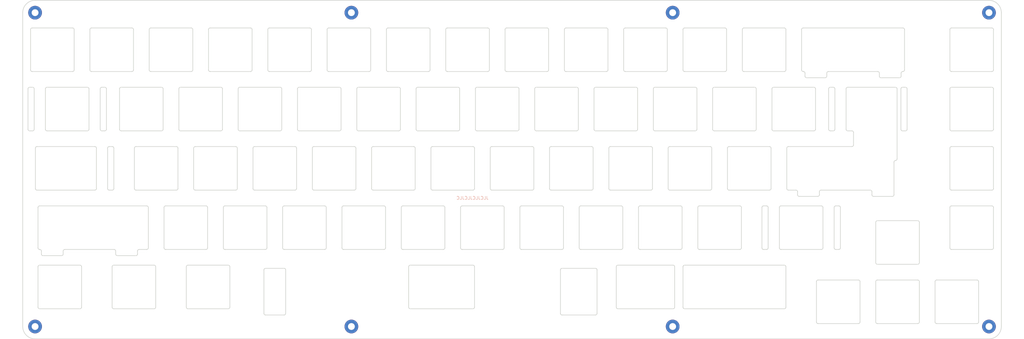
<source format=kicad_pcb>
(kicad_pcb (version 20171130) (host pcbnew "(5.1.7)-1")

  (general
    (thickness 1.6)
    (drawings 818)
    (tracks 0)
    (zones 0)
    (modules 8)
    (nets 1)
  )

  (page A4)
  (layers
    (0 F.Cu signal)
    (31 B.Cu signal)
    (32 B.Adhes user)
    (33 F.Adhes user)
    (34 B.Paste user)
    (35 F.Paste user)
    (36 B.SilkS user)
    (37 F.SilkS user)
    (38 B.Mask user)
    (39 F.Mask user)
    (40 Dwgs.User user)
    (41 Cmts.User user)
    (42 Eco1.User user)
    (43 Eco2.User user)
    (44 Edge.Cuts user)
    (45 Margin user)
    (46 B.CrtYd user)
    (47 F.CrtYd user)
    (48 B.Fab user)
    (49 F.Fab user)
  )

  (setup
    (last_trace_width 0.25)
    (user_trace_width 0.381)
    (trace_clearance 0.2)
    (zone_clearance 0.508)
    (zone_45_only no)
    (trace_min 0.2)
    (via_size 0.8)
    (via_drill 0.4)
    (via_min_size 0.4)
    (via_min_drill 0.3)
    (uvia_size 0.3)
    (uvia_drill 0.1)
    (uvias_allowed no)
    (uvia_min_size 0.2)
    (uvia_min_drill 0.1)
    (edge_width 0.05)
    (segment_width 0.2)
    (pcb_text_width 0.3)
    (pcb_text_size 1.5 1.5)
    (mod_edge_width 0.12)
    (mod_text_size 1 1)
    (mod_text_width 0.15)
    (pad_size 1.524 1.524)
    (pad_drill 0.762)
    (pad_to_mask_clearance 0)
    (aux_axis_origin 0 0)
    (visible_elements 7FFFFFFF)
    (pcbplotparams
      (layerselection 0x010f0_ffffffff)
      (usegerberextensions false)
      (usegerberattributes true)
      (usegerberadvancedattributes true)
      (creategerberjobfile true)
      (excludeedgelayer true)
      (linewidth 0.100000)
      (plotframeref false)
      (viasonmask false)
      (mode 1)
      (useauxorigin false)
      (hpglpennumber 1)
      (hpglpenspeed 20)
      (hpglpendiameter 15.000000)
      (psnegative false)
      (psa4output false)
      (plotreference true)
      (plotvalue true)
      (plotinvisibletext false)
      (padsonsilk false)
      (subtractmaskfromsilk false)
      (outputformat 1)
      (mirror false)
      (drillshape 0)
      (scaleselection 1)
      (outputdirectory "gerber"))
  )

  (net 0 "")

  (net_class Default "This is the default net class."
    (clearance 0.2)
    (trace_width 0.25)
    (via_dia 0.8)
    (via_drill 0.4)
    (uvia_dia 0.3)
    (uvia_drill 0.1)
  )

  (net_class Robust ""
    (clearance 0.25)
    (trace_width 0.25)
    (via_dia 0.8)
    (via_drill 0.4)
    (uvia_dia 0.3)
    (uvia_drill 0.1)
  )

  (module MountingHole:MountingHole_2.2mm_M2_Pad (layer F.Cu) (tedit 56D1B4CB) (tstamp 6030899A)
    (at 18.25625 -15.875)
    (descr "Mounting Hole 2.2mm, M2")
    (tags "mounting hole 2.2mm m2")
    (attr virtual)
    (fp_text reference REF** (at 0 -3.2) (layer Dwgs.User)
      (effects (font (size 1 1) (thickness 0.15)))
    )
    (fp_text value MountingHole_2.2mm_M2_Pad (at 0 3.2) (layer F.Fab)
      (effects (font (size 1 1) (thickness 0.15)))
    )
    (fp_circle (center 0 0) (end 2.45 0) (layer F.CrtYd) (width 0.05))
    (fp_circle (center 0 0) (end 2.2 0) (layer Cmts.User) (width 0.15))
    (fp_text user %R (at 0.3 0) (layer F.Fab)
      (effects (font (size 1 1) (thickness 0.15)))
    )
    (pad 1 thru_hole circle (at 0 0) (size 4.4 4.4) (drill 2.2) (layers *.Cu *.Mask))
  )

  (module MountingHole:MountingHole_2.2mm_M2_Pad (layer F.Cu) (tedit 56D1B4CB) (tstamp 60308976)
    (at 119.85625 -15.875)
    (descr "Mounting Hole 2.2mm, M2")
    (tags "mounting hole 2.2mm m2")
    (attr virtual)
    (fp_text reference REF** (at 0 -3.2) (layer Dwgs.User)
      (effects (font (size 1 1) (thickness 0.15)))
    )
    (fp_text value MountingHole_2.2mm_M2_Pad (at 0 3.2) (layer F.Fab)
      (effects (font (size 1 1) (thickness 0.15)))
    )
    (fp_circle (center 0 0) (end 2.45 0) (layer F.CrtYd) (width 0.05))
    (fp_circle (center 0 0) (end 2.2 0) (layer Cmts.User) (width 0.15))
    (fp_text user %R (at 0.3 0) (layer F.Fab)
      (effects (font (size 1 1) (thickness 0.15)))
    )
    (pad 1 thru_hole circle (at 0 0) (size 4.4 4.4) (drill 2.2) (layers *.Cu *.Mask))
  )

  (module MountingHole:MountingHole_2.2mm_M2_Pad (layer F.Cu) (tedit 56D1B4CB) (tstamp 60308952)
    (at 223.04375 -15.875)
    (descr "Mounting Hole 2.2mm, M2")
    (tags "mounting hole 2.2mm m2")
    (attr virtual)
    (fp_text reference REF** (at 0 -3.2) (layer Dwgs.User)
      (effects (font (size 1 1) (thickness 0.15)))
    )
    (fp_text value MountingHole_2.2mm_M2_Pad (at 0 3.2) (layer F.Fab)
      (effects (font (size 1 1) (thickness 0.15)))
    )
    (fp_circle (center 0 0) (end 2.45 0) (layer F.CrtYd) (width 0.05))
    (fp_circle (center 0 0) (end 2.2 0) (layer Cmts.User) (width 0.15))
    (fp_text user %R (at 0.3 0) (layer F.Fab)
      (effects (font (size 1 1) (thickness 0.15)))
    )
    (pad 1 thru_hole circle (at 0 0) (size 4.4 4.4) (drill 2.2) (layers *.Cu *.Mask))
  )

  (module MountingHole:MountingHole_2.2mm_M2_Pad (layer F.Cu) (tedit 56D1B4CB) (tstamp 6030892E)
    (at 324.64375 -15.875)
    (descr "Mounting Hole 2.2mm, M2")
    (tags "mounting hole 2.2mm m2")
    (attr virtual)
    (fp_text reference REF** (at 0 -3.2) (layer Dwgs.User)
      (effects (font (size 1 1) (thickness 0.15)))
    )
    (fp_text value MountingHole_2.2mm_M2_Pad (at 0 3.2) (layer F.Fab)
      (effects (font (size 1 1) (thickness 0.15)))
    )
    (fp_circle (center 0 0) (end 2.45 0) (layer F.CrtYd) (width 0.05))
    (fp_circle (center 0 0) (end 2.2 0) (layer Cmts.User) (width 0.15))
    (fp_text user %R (at 0.3 0) (layer F.Fab)
      (effects (font (size 1 1) (thickness 0.15)))
    )
    (pad 1 thru_hole circle (at 0 0) (size 4.4 4.4) (drill 2.2) (layers *.Cu *.Mask))
  )

  (module MountingHole:MountingHole_2.2mm_M2_Pad (layer F.Cu) (tedit 56D1B4CB) (tstamp 6030890A)
    (at 324.64375 -116.68125)
    (descr "Mounting Hole 2.2mm, M2")
    (tags "mounting hole 2.2mm m2")
    (attr virtual)
    (fp_text reference REF** (at 0 -3.2) (layer Dwgs.User)
      (effects (font (size 1 1) (thickness 0.15)))
    )
    (fp_text value MountingHole_2.2mm_M2_Pad (at 0 3.2) (layer F.Fab)
      (effects (font (size 1 1) (thickness 0.15)))
    )
    (fp_circle (center 0 0) (end 2.45 0) (layer F.CrtYd) (width 0.05))
    (fp_circle (center 0 0) (end 2.2 0) (layer Cmts.User) (width 0.15))
    (fp_text user %R (at 0.3 0) (layer F.Fab)
      (effects (font (size 1 1) (thickness 0.15)))
    )
    (pad 1 thru_hole circle (at 0 0) (size 4.4 4.4) (drill 2.2) (layers *.Cu *.Mask))
  )

  (module MountingHole:MountingHole_2.2mm_M2_Pad (layer F.Cu) (tedit 56D1B4CB) (tstamp 603088E6)
    (at 223.04375 -116.68125)
    (descr "Mounting Hole 2.2mm, M2")
    (tags "mounting hole 2.2mm m2")
    (attr virtual)
    (fp_text reference REF** (at 0 -3.2) (layer Dwgs.User)
      (effects (font (size 1 1) (thickness 0.15)))
    )
    (fp_text value MountingHole_2.2mm_M2_Pad (at 0 3.2) (layer F.Fab)
      (effects (font (size 1 1) (thickness 0.15)))
    )
    (fp_circle (center 0 0) (end 2.45 0) (layer F.CrtYd) (width 0.05))
    (fp_circle (center 0 0) (end 2.2 0) (layer Cmts.User) (width 0.15))
    (fp_text user %R (at 0.3 0) (layer F.Fab)
      (effects (font (size 1 1) (thickness 0.15)))
    )
    (pad 1 thru_hole circle (at 0 0) (size 4.4 4.4) (drill 2.2) (layers *.Cu *.Mask))
  )

  (module MountingHole:MountingHole_2.2mm_M2_Pad (layer F.Cu) (tedit 56D1B4CB) (tstamp 603088C2)
    (at 119.85625 -116.68125)
    (descr "Mounting Hole 2.2mm, M2")
    (tags "mounting hole 2.2mm m2")
    (attr virtual)
    (fp_text reference REF** (at 0 -3.2) (layer Dwgs.User)
      (effects (font (size 1 1) (thickness 0.15)))
    )
    (fp_text value MountingHole_2.2mm_M2_Pad (at 0 3.2) (layer F.Fab)
      (effects (font (size 1 1) (thickness 0.15)))
    )
    (fp_circle (center 0 0) (end 2.45 0) (layer F.CrtYd) (width 0.05))
    (fp_circle (center 0 0) (end 2.2 0) (layer Cmts.User) (width 0.15))
    (fp_text user %R (at 0.3 0) (layer F.Fab)
      (effects (font (size 1 1) (thickness 0.15)))
    )
    (pad 1 thru_hole circle (at 0 0) (size 4.4 4.4) (drill 2.2) (layers *.Cu *.Mask))
  )

  (module MountingHole:MountingHole_2.2mm_M2_Pad (layer F.Cu) (tedit 56D1B4CB) (tstamp 6030889E)
    (at 18.25625 -116.68125)
    (descr "Mounting Hole 2.2mm, M2")
    (tags "mounting hole 2.2mm m2")
    (attr virtual)
    (fp_text reference REF** (at 0 -3.2) (layer Dwgs.User)
      (effects (font (size 1 1) (thickness 0.15)))
    )
    (fp_text value MountingHole_2.2mm_M2_Pad (at 0 3.2) (layer F.Fab)
      (effects (font (size 1 1) (thickness 0.15)))
    )
    (fp_circle (center 0 0) (end 2.45 0) (layer F.CrtYd) (width 0.05))
    (fp_circle (center 0 0) (end 2.2 0) (layer Cmts.User) (width 0.15))
    (fp_text user %R (at 0.3 0) (layer F.Fab)
      (effects (font (size 1 1) (thickness 0.15)))
    )
    (pad 1 thru_hole circle (at 0 0) (size 4.4 4.4) (drill 2.2) (layers *.Cu *.Mask))
  )

  (gr_text JLCJLCJLCJLC (at 158.75 -57.15) (layer B.SilkS)
    (effects (font (size 1 1) (thickness 0.15)) (justify mirror))
  )
  (gr_line (start 18.25625 -16.974992) (end 18.25625 -16.974992) (layer Cmts.User) (width 0.2))
  (gr_line (start 119.85625 -16.974992) (end 119.85625 -16.974992) (layer Cmts.User) (width 0.2))
  (gr_curve (pts (xy 19.034067 -16.652809) (xy 18.827777 -16.859099) (xy 18.547988 -16.974992) (xy 18.25625 -16.974992)) (layer Cmts.User) (width 0.2))
  (gr_curve (pts (xy 19.35625 -15.874992) (xy 19.35625 -16.16673) (xy 19.240357 -16.446518) (xy 19.034067 -16.652809)) (layer Cmts.User) (width 0.2))
  (gr_curve (pts (xy 18.677202 -14.858724) (xy 19.088244 -15.028984) (xy 19.35625 -15.430083) (xy 19.35625 -15.874992)) (layer Cmts.User) (width 0.2))
  (gr_curve (pts (xy 17.478433 -15.097174) (xy 17.79303 -14.782577) (xy 18.26616 -14.688465) (xy 18.677202 -14.858724)) (layer Cmts.User) (width 0.2))
  (gr_curve (pts (xy 17.239983 -16.295943) (xy 17.069723 -15.884902) (xy 17.163835 -15.411772) (xy 17.478433 -15.097174)) (layer Cmts.User) (width 0.2))
  (gr_curve (pts (xy 18.25625 -16.974992) (xy 17.811342 -16.974992) (xy 17.410242 -16.706985) (xy 17.239983 -16.295943)) (layer Cmts.User) (width 0.2))
  (gr_line (start 223.04375 -16.974992) (end 223.04375 -16.974992) (layer Cmts.User) (width 0.2))
  (gr_curve (pts (xy 120.634067 -16.652809) (xy 120.427777 -16.859099) (xy 120.147988 -16.974992) (xy 119.85625 -16.974992)) (layer Cmts.User) (width 0.2))
  (gr_curve (pts (xy 120.95625 -15.874992) (xy 120.95625 -16.16673) (xy 120.840357 -16.446518) (xy 120.634067 -16.652809)) (layer Cmts.User) (width 0.2))
  (gr_curve (pts (xy 120.277202 -14.858724) (xy 120.688244 -15.028984) (xy 120.95625 -15.430083) (xy 120.95625 -15.874992)) (layer Cmts.User) (width 0.2))
  (gr_curve (pts (xy 119.078433 -15.097174) (xy 119.39303 -14.782577) (xy 119.86616 -14.688465) (xy 120.277202 -14.858724)) (layer Cmts.User) (width 0.2))
  (gr_curve (pts (xy 118.839983 -16.295943) (xy 118.669723 -15.884902) (xy 118.763835 -15.411772) (xy 119.078433 -15.097174)) (layer Cmts.User) (width 0.2))
  (gr_curve (pts (xy 119.85625 -16.974992) (xy 119.411342 -16.974992) (xy 119.010242 -16.706985) (xy 118.839983 -16.295943)) (layer Cmts.User) (width 0.2))
  (gr_line (start 324.64375 -16.974992) (end 324.64375 -16.974992) (layer Cmts.User) (width 0.2))
  (gr_curve (pts (xy 223.821567 -16.652809) (xy 223.615277 -16.859099) (xy 223.335488 -16.974992) (xy 223.04375 -16.974992)) (layer Cmts.User) (width 0.2))
  (gr_curve (pts (xy 224.14375 -15.874992) (xy 224.14375 -16.16673) (xy 224.027857 -16.446518) (xy 223.821567 -16.652809)) (layer Cmts.User) (width 0.2))
  (gr_curve (pts (xy 223.464702 -14.858724) (xy 223.875744 -15.028984) (xy 224.14375 -15.430083) (xy 224.14375 -15.874992)) (layer Cmts.User) (width 0.2))
  (gr_curve (pts (xy 222.265933 -15.097174) (xy 222.58053 -14.782577) (xy 223.05366 -14.688465) (xy 223.464702 -14.858724)) (layer Cmts.User) (width 0.2))
  (gr_curve (pts (xy 222.027483 -16.295943) (xy 221.857223 -15.884902) (xy 221.951335 -15.411772) (xy 222.265933 -15.097174)) (layer Cmts.User) (width 0.2))
  (gr_curve (pts (xy 223.04375 -16.974992) (xy 222.598842 -16.974992) (xy 222.197742 -16.706985) (xy 222.027483 -16.295943)) (layer Cmts.User) (width 0.2))
  (gr_line (start 18.25625 -117.781245) (end 18.25625 -117.781245) (layer Cmts.User) (width 0.2))
  (gr_curve (pts (xy 325.421567 -16.652809) (xy 325.215277 -16.859099) (xy 324.935488 -16.974992) (xy 324.64375 -16.974992)) (layer Cmts.User) (width 0.2))
  (gr_curve (pts (xy 325.74375 -15.874992) (xy 325.74375 -16.16673) (xy 325.627857 -16.446518) (xy 325.421567 -16.652809)) (layer Cmts.User) (width 0.2))
  (gr_curve (pts (xy 325.064702 -14.858724) (xy 325.475744 -15.028984) (xy 325.74375 -15.430083) (xy 325.74375 -15.874992)) (layer Cmts.User) (width 0.2))
  (gr_curve (pts (xy 323.865933 -15.097174) (xy 324.18053 -14.782577) (xy 324.65366 -14.688465) (xy 325.064702 -14.858724)) (layer Cmts.User) (width 0.2))
  (gr_curve (pts (xy 323.627483 -16.295943) (xy 323.457223 -15.884902) (xy 323.551335 -15.411772) (xy 323.865933 -15.097174)) (layer Cmts.User) (width 0.2))
  (gr_curve (pts (xy 324.64375 -16.974992) (xy 324.198842 -16.974992) (xy 323.797742 -16.706985) (xy 323.627483 -16.295943)) (layer Cmts.User) (width 0.2))
  (gr_line (start 324.64375 -117.781245) (end 324.64375 -117.781245) (layer Cmts.User) (width 0.2))
  (gr_curve (pts (xy 19.034067 -117.459062) (xy 18.827777 -117.665352) (xy 18.547988 -117.781245) (xy 18.25625 -117.781245)) (layer Cmts.User) (width 0.2))
  (gr_curve (pts (xy 19.35625 -116.681245) (xy 19.35625 -116.972983) (xy 19.240357 -117.252772) (xy 19.034067 -117.459062)) (layer Cmts.User) (width 0.2))
  (gr_curve (pts (xy 18.677202 -115.664977) (xy 19.088244 -115.835236) (xy 19.35625 -116.236336) (xy 19.35625 -116.681245)) (layer Cmts.User) (width 0.2))
  (gr_curve (pts (xy 17.478433 -115.903427) (xy 17.79303 -115.588829) (xy 18.26616 -115.494718) (xy 18.677202 -115.664977)) (layer Cmts.User) (width 0.2))
  (gr_curve (pts (xy 17.239983 -117.102196) (xy 17.069723 -116.691155) (xy 17.163835 -116.218025) (xy 17.478433 -115.903427)) (layer Cmts.User) (width 0.2))
  (gr_curve (pts (xy 18.25625 -117.781245) (xy 17.811342 -117.781245) (xy 17.410242 -117.513238) (xy 17.239983 -117.102196)) (layer Cmts.User) (width 0.2))
  (gr_line (start 223.042943 -117.781223) (end 223.042943 -117.781223) (layer Cmts.User) (width 0.2))
  (gr_curve (pts (xy 325.421567 -117.459062) (xy 325.215277 -117.665352) (xy 324.935488 -117.781245) (xy 324.64375 -117.781245)) (layer Cmts.User) (width 0.2))
  (gr_curve (pts (xy 325.74375 -116.681245) (xy 325.74375 -116.972983) (xy 325.627857 -117.252772) (xy 325.421567 -117.459062)) (layer Cmts.User) (width 0.2))
  (gr_curve (pts (xy 325.064702 -115.664977) (xy 325.475744 -115.835236) (xy 325.74375 -116.236336) (xy 325.74375 -116.681245)) (layer Cmts.User) (width 0.2))
  (gr_curve (pts (xy 323.865933 -115.903427) (xy 324.18053 -115.588829) (xy 324.65366 -115.494718) (xy 325.064702 -115.664977)) (layer Cmts.User) (width 0.2))
  (gr_curve (pts (xy 323.627483 -117.102196) (xy 323.457223 -116.691155) (xy 323.551335 -116.218025) (xy 323.865933 -115.903427)) (layer Cmts.User) (width 0.2))
  (gr_curve (pts (xy 324.64375 -117.781245) (xy 324.198842 -117.781245) (xy 323.797742 -117.513238) (xy 323.627483 -117.102196)) (layer Cmts.User) (width 0.2))
  (gr_line (start 119.855451 -117.781223) (end 119.855451 -117.781223) (layer Cmts.User) (width 0.2))
  (gr_curve (pts (xy 223.82076 -117.459041) (xy 223.61447 -117.665331) (xy 223.334681 -117.781223) (xy 223.042943 -117.781223)) (layer Cmts.User) (width 0.2))
  (gr_curve (pts (xy 224.142943 -116.681223) (xy 224.142943 -116.972962) (xy 224.02705 -117.252751) (xy 223.82076 -117.459041)) (layer Cmts.User) (width 0.2))
  (gr_curve (pts (xy 223.463895 -115.664956) (xy 223.874937 -115.835215) (xy 224.142943 -116.236315) (xy 224.142943 -116.681223)) (layer Cmts.User) (width 0.2))
  (gr_curve (pts (xy 222.265126 -115.903406) (xy 222.579723 -115.588808) (xy 223.052853 -115.494697) (xy 223.463895 -115.664956)) (layer Cmts.User) (width 0.2))
  (gr_curve (pts (xy 222.026676 -117.102175) (xy 221.856416 -116.691133) (xy 221.950528 -116.218004) (xy 222.265126 -115.903406)) (layer Cmts.User) (width 0.2))
  (gr_curve (pts (xy 223.042943 -117.781223) (xy 222.598035 -117.781223) (xy 222.196935 -117.513217) (xy 222.026676 -117.102175)) (layer Cmts.User) (width 0.2))
  (gr_curve (pts (xy 120.633268 -117.459041) (xy 120.426978 -117.665331) (xy 120.147189 -117.781223) (xy 119.855451 -117.781223)) (layer Cmts.User) (width 0.2))
  (gr_curve (pts (xy 120.955451 -116.681223) (xy 120.955451 -116.972962) (xy 120.839558 -117.252751) (xy 120.633268 -117.459041)) (layer Cmts.User) (width 0.2))
  (gr_curve (pts (xy 120.276403 -115.664956) (xy 120.687445 -115.835215) (xy 120.955451 -116.236315) (xy 120.955451 -116.681223)) (layer Cmts.User) (width 0.2))
  (gr_curve (pts (xy 119.077634 -115.903406) (xy 119.392231 -115.588808) (xy 119.865361 -115.494697) (xy 120.276403 -115.664956)) (layer Cmts.User) (width 0.2))
  (gr_curve (pts (xy 118.839184 -117.102175) (xy 118.668924 -116.691133) (xy 118.763036 -116.218004) (xy 119.077634 -115.903406)) (layer Cmts.User) (width 0.2))
  (gr_curve (pts (xy 119.855451 -117.781223) (xy 119.410543 -117.781223) (xy 119.009443 -117.513217) (xy 118.839184 -117.102175)) (layer Cmts.User) (width 0.2))
  (gr_line (start 312.587508 -59.675001) (end 312.587508 -59.675001) (layer Edge.Cuts) (width 0.2))
  (gr_line (start 312.087498 -73.174995) (end 312.087498 -60.17501) (layer Edge.Cuts) (width 0.2))
  (gr_curve (pts (xy 312.087498 -60.17501) (xy 312.087498 -59.898865) (xy 312.311362 -59.675001) (xy 312.587508 -59.675001)) (layer Edge.Cuts) (width 0.2))
  (gr_line (start 325.587492 -73.675004) (end 312.587508 -73.675004) (layer Edge.Cuts) (width 0.2))
  (gr_curve (pts (xy 312.587508 -73.675004) (xy 312.311362 -73.675004) (xy 312.087498 -73.45114) (xy 312.087498 -73.174995)) (layer Edge.Cuts) (width 0.2))
  (gr_line (start 326.087502 -60.17501) (end 326.087502 -73.174995) (layer Edge.Cuts) (width 0.2))
  (gr_curve (pts (xy 326.087502 -73.174995) (xy 326.087502 -73.45114) (xy 325.863638 -73.675004) (xy 325.587492 -73.675004)) (layer Edge.Cuts) (width 0.2))
  (gr_line (start 312.587508 -59.675001) (end 325.587492 -59.675001) (layer Edge.Cuts) (width 0.2))
  (gr_curve (pts (xy 325.587492 -59.675001) (xy 325.863638 -59.675001) (xy 326.087502 -59.898865) (xy 326.087502 -60.17501)) (layer Edge.Cuts) (width 0.2))
  (gr_line (start 312.587508 -40.625001) (end 312.587508 -40.625001) (layer Edge.Cuts) (width 0.2))
  (gr_line (start 312.087498 -54.124995) (end 312.087498 -41.12501) (layer Edge.Cuts) (width 0.2))
  (gr_curve (pts (xy 312.087498 -41.12501) (xy 312.087498 -40.848865) (xy 312.311362 -40.625001) (xy 312.587508 -40.625001)) (layer Edge.Cuts) (width 0.2))
  (gr_line (start 325.587492 -54.625004) (end 312.587508 -54.625004) (layer Edge.Cuts) (width 0.2))
  (gr_curve (pts (xy 312.587508 -54.625004) (xy 312.311362 -54.625004) (xy 312.087498 -54.40114) (xy 312.087498 -54.124995)) (layer Edge.Cuts) (width 0.2))
  (gr_line (start 326.087502 -41.12501) (end 326.087502 -54.124995) (layer Edge.Cuts) (width 0.2))
  (gr_curve (pts (xy 326.087502 -54.124995) (xy 326.087502 -54.40114) (xy 325.863638 -54.625004) (xy 325.587492 -54.625004)) (layer Edge.Cuts) (width 0.2))
  (gr_line (start 312.587508 -40.625001) (end 325.587492 -40.625001) (layer Edge.Cuts) (width 0.2))
  (gr_curve (pts (xy 325.587492 -40.625001) (xy 325.863638 -40.625001) (xy 326.087502 -40.848865) (xy 326.087502 -41.12501)) (layer Edge.Cuts) (width 0.2))
  (gr_line (start 307.825008 -16.812501) (end 307.825008 -16.812501) (layer Edge.Cuts) (width 0.2))
  (gr_line (start 307.324998 -30.312495) (end 307.324998 -17.31251) (layer Edge.Cuts) (width 0.2))
  (gr_curve (pts (xy 307.324998 -17.31251) (xy 307.324998 -17.036365) (xy 307.548862 -16.812501) (xy 307.825008 -16.812501)) (layer Edge.Cuts) (width 0.2))
  (gr_line (start 320.824992 -30.812504) (end 307.825008 -30.812504) (layer Edge.Cuts) (width 0.2))
  (gr_curve (pts (xy 307.825008 -30.812504) (xy 307.548862 -30.812504) (xy 307.324998 -30.58864) (xy 307.324998 -30.312495)) (layer Edge.Cuts) (width 0.2))
  (gr_line (start 321.325002 -17.31251) (end 321.325002 -30.312495) (layer Edge.Cuts) (width 0.2))
  (gr_curve (pts (xy 321.325002 -30.312495) (xy 321.325002 -30.58864) (xy 321.101138 -30.812504) (xy 320.824992 -30.812504)) (layer Edge.Cuts) (width 0.2))
  (gr_line (start 307.825008 -16.812501) (end 320.824992 -16.812501) (layer Edge.Cuts) (width 0.2))
  (gr_curve (pts (xy 320.824992 -16.812501) (xy 321.101138 -16.812501) (xy 321.325002 -17.036365) (xy 321.325002 -17.31251)) (layer Edge.Cuts) (width 0.2))
  (gr_line (start 288.774981 -16.812501) (end 288.774981 -16.812501) (layer Edge.Cuts) (width 0.2))
  (gr_line (start 288.274972 -30.312495) (end 288.274972 -17.31251) (layer Edge.Cuts) (width 0.2))
  (gr_curve (pts (xy 288.274972 -17.31251) (xy 288.274972 -17.036365) (xy 288.498836 -16.812501) (xy 288.774981 -16.812501)) (layer Edge.Cuts) (width 0.2))
  (gr_line (start 301.774992 -30.812504) (end 288.774981 -30.812504) (layer Edge.Cuts) (width 0.2))
  (gr_curve (pts (xy 288.774981 -30.812504) (xy 288.498836 -30.812504) (xy 288.274972 -30.58864) (xy 288.274972 -30.312495)) (layer Edge.Cuts) (width 0.2))
  (gr_line (start 302.274975 -17.31251) (end 302.274975 -30.312495) (layer Edge.Cuts) (width 0.2))
  (gr_curve (pts (xy 302.274975 -30.312495) (xy 302.274975 -30.58864) (xy 302.051138 -30.812504) (xy 301.774992 -30.812504)) (layer Edge.Cuts) (width 0.2))
  (gr_line (start 288.774981 -16.812501) (end 301.774992 -16.812501) (layer Edge.Cuts) (width 0.2))
  (gr_curve (pts (xy 301.774992 -16.812501) (xy 302.051138 -16.812501) (xy 302.274975 -17.036365) (xy 302.274975 -17.31251)) (layer Edge.Cuts) (width 0.2))
  (gr_line (start 269.725008 -16.812501) (end 269.725008 -16.812501) (layer Edge.Cuts) (width 0.2))
  (gr_line (start 269.224998 -30.312495) (end 269.224998 -17.31251) (layer Edge.Cuts) (width 0.2))
  (gr_curve (pts (xy 269.224998 -17.31251) (xy 269.224998 -17.036365) (xy 269.448862 -16.812501) (xy 269.725008 -16.812501)) (layer Edge.Cuts) (width 0.2))
  (gr_line (start 282.724992 -30.812504) (end 269.725008 -30.812504) (layer Edge.Cuts) (width 0.2))
  (gr_curve (pts (xy 269.725008 -30.812504) (xy 269.448862 -30.812504) (xy 269.224998 -30.58864) (xy 269.224998 -30.312495)) (layer Edge.Cuts) (width 0.2))
  (gr_line (start 283.225002 -17.31251) (end 283.225002 -30.312495) (layer Edge.Cuts) (width 0.2))
  (gr_curve (pts (xy 283.225002 -30.312495) (xy 283.225002 -30.58864) (xy 283.001138 -30.812504) (xy 282.724992 -30.812504)) (layer Edge.Cuts) (width 0.2))
  (gr_line (start 269.725008 -16.812501) (end 282.724992 -16.812501) (layer Edge.Cuts) (width 0.2))
  (gr_curve (pts (xy 282.724992 -16.812501) (xy 283.001138 -16.812501) (xy 283.225002 -17.036365) (xy 283.225002 -17.31251)) (layer Edge.Cuts) (width 0.2))
  (gr_line (start 288.775008 -35.862501) (end 288.775008 -35.862501) (layer Edge.Cuts) (width 0.2))
  (gr_line (start 288.274998 -49.362495) (end 288.274998 -36.36251) (layer Edge.Cuts) (width 0.2))
  (gr_curve (pts (xy 288.274998 -36.36251) (xy 288.274998 -36.086365) (xy 288.498862 -35.862501) (xy 288.775008 -35.862501)) (layer Edge.Cuts) (width 0.2))
  (gr_line (start 301.775019 -49.862504) (end 288.775008 -49.862504) (layer Edge.Cuts) (width 0.2))
  (gr_curve (pts (xy 288.775008 -49.862504) (xy 288.498862 -49.862504) (xy 288.274998 -49.63864) (xy 288.274998 -49.362495)) (layer Edge.Cuts) (width 0.2))
  (gr_line (start 302.275002 -36.36251) (end 302.275002 -49.362495) (layer Edge.Cuts) (width 0.2))
  (gr_curve (pts (xy 302.275002 -49.362495) (xy 302.275002 -49.63864) (xy 302.051164 -49.862504) (xy 301.775019 -49.862504)) (layer Edge.Cuts) (width 0.2))
  (gr_line (start 288.775008 -35.862501) (end 301.775019 -35.862501) (layer Edge.Cuts) (width 0.2))
  (gr_curve (pts (xy 301.775019 -35.862501) (xy 302.051164 -35.862501) (xy 302.275002 -36.086365) (xy 302.275002 -36.36251)) (layer Edge.Cuts) (width 0.2))
  (gr_line (start 257.818743 -40.625001) (end 257.818743 -40.625001) (layer Edge.Cuts) (width 0.2))
  (gr_line (start 257.318744 -54.124995) (end 257.318744 -41.12501) (layer Edge.Cuts) (width 0.2))
  (gr_curve (pts (xy 257.318744 -41.12501) (xy 257.31874 -40.848865) (xy 257.542599 -40.625001) (xy 257.818743 -40.625001)) (layer Edge.Cuts) (width 0.2))
  (gr_line (start 270.818742 -54.625004) (end 257.818743 -54.625004) (layer Edge.Cuts) (width 0.2))
  (gr_curve (pts (xy 257.818743 -54.625004) (xy 257.542599 -54.625004) (xy 257.31874 -54.40114) (xy 257.318744 -54.124995)) (layer Edge.Cuts) (width 0.2))
  (gr_line (start 271.318752 -41.12501) (end 271.318752 -54.124995) (layer Edge.Cuts) (width 0.2))
  (gr_curve (pts (xy 271.318752 -54.124995) (xy 271.318752 -54.40114) (xy 271.094888 -54.625004) (xy 270.818742 -54.625004)) (layer Edge.Cuts) (width 0.2))
  (gr_line (start 257.818743 -40.625001) (end 270.818742 -40.625001) (layer Edge.Cuts) (width 0.2))
  (gr_curve (pts (xy 270.818742 -40.625001) (xy 271.094888 -40.625001) (xy 271.318752 -40.848865) (xy 271.318752 -41.12501)) (layer Edge.Cuts) (width 0.2))
  (gr_line (start 67.31875 -21.575001) (end 67.31875 -21.575001) (layer Edge.Cuts) (width 0.2))
  (gr_line (start 66.818751 -35.074995) (end 66.818751 -22.07501) (layer Edge.Cuts) (width 0.2))
  (gr_curve (pts (xy 66.818751 -22.07501) (xy 66.818745 -21.798865) (xy 67.042604 -21.575001) (xy 67.31875 -21.575001)) (layer Edge.Cuts) (width 0.2))
  (gr_line (start 80.31875 -35.575004) (end 67.31875 -35.575004) (layer Edge.Cuts) (width 0.2))
  (gr_curve (pts (xy 67.31875 -35.575004) (xy 67.042604 -35.575004) (xy 66.818745 -35.35114) (xy 66.818751 -35.074995)) (layer Edge.Cuts) (width 0.2))
  (gr_line (start 80.818749 -22.07501) (end 80.818749 -35.074995) (layer Edge.Cuts) (width 0.2))
  (gr_curve (pts (xy 80.818749 -35.074995) (xy 80.818755 -35.35114) (xy 80.594896 -35.575004) (xy 80.31875 -35.575004)) (layer Edge.Cuts) (width 0.2))
  (gr_line (start 67.31875 -21.575001) (end 80.31875 -21.575001) (layer Edge.Cuts) (width 0.2))
  (gr_curve (pts (xy 80.31875 -21.575001) (xy 80.594896 -21.575001) (xy 80.818755 -21.798865) (xy 80.818749 -22.07501)) (layer Edge.Cuts) (width 0.2))
  (gr_line (start 43.50625 -21.575001) (end 43.50625 -21.575001) (layer Edge.Cuts) (width 0.2))
  (gr_line (start 43.006251 -35.074995) (end 43.006251 -22.07501) (layer Edge.Cuts) (width 0.2))
  (gr_curve (pts (xy 43.006251 -22.07501) (xy 43.006245 -21.798865) (xy 43.230104 -21.575001) (xy 43.50625 -21.575001)) (layer Edge.Cuts) (width 0.2))
  (gr_line (start 56.50625 -35.575004) (end 43.50625 -35.575004) (layer Edge.Cuts) (width 0.2))
  (gr_curve (pts (xy 43.50625 -35.575004) (xy 43.230104 -35.575004) (xy 43.006245 -35.35114) (xy 43.006251 -35.074995)) (layer Edge.Cuts) (width 0.2))
  (gr_line (start 57.006249 -22.07501) (end 57.006249 -35.074995) (layer Edge.Cuts) (width 0.2))
  (gr_curve (pts (xy 57.006249 -35.074995) (xy 57.006255 -35.35114) (xy 56.782396 -35.575004) (xy 56.50625 -35.575004)) (layer Edge.Cuts) (width 0.2))
  (gr_line (start 43.50625 -21.575001) (end 56.50625 -21.575001) (layer Edge.Cuts) (width 0.2))
  (gr_curve (pts (xy 56.50625 -21.575001) (xy 56.782396 -21.575001) (xy 57.006255 -21.798865) (xy 57.006249 -22.07501)) (layer Edge.Cuts) (width 0.2))
  (gr_line (start 19.69375 -21.575001) (end 19.69375 -21.575001) (layer Edge.Cuts) (width 0.2))
  (gr_line (start 19.19375 -35.074995) (end 19.19375 -22.07501) (layer Edge.Cuts) (width 0.2))
  (gr_curve (pts (xy 19.19375 -22.07501) (xy 19.193745 -21.798865) (xy 19.417604 -21.575001) (xy 19.69375 -21.575001)) (layer Edge.Cuts) (width 0.2))
  (gr_line (start 32.69375 -35.575004) (end 19.69375 -35.575004) (layer Edge.Cuts) (width 0.2))
  (gr_curve (pts (xy 19.69375 -35.575004) (xy 19.417604 -35.575004) (xy 19.193745 -35.35114) (xy 19.19375 -35.074995)) (layer Edge.Cuts) (width 0.2))
  (gr_line (start 33.193748 -22.07501) (end 33.193748 -35.074995) (layer Edge.Cuts) (width 0.2))
  (gr_curve (pts (xy 33.193748 -35.074995) (xy 33.193755 -35.35114) (xy 32.969896 -35.575004) (xy 32.69375 -35.575004)) (layer Edge.Cuts) (width 0.2))
  (gr_line (start 19.69375 -21.575001) (end 32.69375 -21.575001) (layer Edge.Cuts) (width 0.2))
  (gr_curve (pts (xy 32.69375 -21.575001) (xy 32.969896 -21.575001) (xy 33.193755 -21.798865) (xy 33.193748 -22.07501)) (layer Edge.Cuts) (width 0.2))
  (gr_line (start 231.625 -40.625001) (end 231.625 -40.625001) (layer Edge.Cuts) (width 0.2))
  (gr_line (start 231.125001 -54.124995) (end 231.125001 -41.12501) (layer Edge.Cuts) (width 0.2))
  (gr_curve (pts (xy 231.125001 -41.12501) (xy 231.124995 -40.848865) (xy 231.348854 -40.625001) (xy 231.625 -40.625001)) (layer Edge.Cuts) (width 0.2))
  (gr_line (start 244.625 -54.625004) (end 231.625 -54.625004) (layer Edge.Cuts) (width 0.2))
  (gr_curve (pts (xy 231.625 -54.625004) (xy 231.348854 -54.625004) (xy 231.124995 -54.40114) (xy 231.125001 -54.124995)) (layer Edge.Cuts) (width 0.2))
  (gr_line (start 245.124999 -41.12501) (end 245.124999 -54.124995) (layer Edge.Cuts) (width 0.2))
  (gr_curve (pts (xy 245.124999 -54.124995) (xy 245.125005 -54.40114) (xy 244.901146 -54.625004) (xy 244.625 -54.625004)) (layer Edge.Cuts) (width 0.2))
  (gr_line (start 231.625 -40.625001) (end 244.625 -40.625001) (layer Edge.Cuts) (width 0.2))
  (gr_curve (pts (xy 244.625 -40.625001) (xy 244.901146 -40.625001) (xy 245.125005 -40.848865) (xy 245.124999 -41.12501)) (layer Edge.Cuts) (width 0.2))
  (gr_line (start 212.575 -40.625001) (end 212.575 -40.625001) (layer Edge.Cuts) (width 0.2))
  (gr_line (start 212.075001 -54.124995) (end 212.075001 -41.12501) (layer Edge.Cuts) (width 0.2))
  (gr_curve (pts (xy 212.075001 -41.12501) (xy 212.074995 -40.848865) (xy 212.298854 -40.625001) (xy 212.575 -40.625001)) (layer Edge.Cuts) (width 0.2))
  (gr_line (start 225.575 -54.625004) (end 212.575 -54.625004) (layer Edge.Cuts) (width 0.2))
  (gr_curve (pts (xy 212.575 -54.625004) (xy 212.298854 -54.625004) (xy 212.074995 -54.40114) (xy 212.075001 -54.124995)) (layer Edge.Cuts) (width 0.2))
  (gr_line (start 226.074999 -41.12501) (end 226.074999 -54.124995) (layer Edge.Cuts) (width 0.2))
  (gr_curve (pts (xy 226.074999 -54.124995) (xy 226.075005 -54.40114) (xy 225.851146 -54.625004) (xy 225.575 -54.625004)) (layer Edge.Cuts) (width 0.2))
  (gr_line (start 212.575 -40.625001) (end 225.575 -40.625001) (layer Edge.Cuts) (width 0.2))
  (gr_curve (pts (xy 225.575 -40.625001) (xy 225.851146 -40.625001) (xy 226.075005 -40.848865) (xy 226.074999 -41.12501)) (layer Edge.Cuts) (width 0.2))
  (gr_line (start 193.525 -40.625001) (end 193.525 -40.625001) (layer Edge.Cuts) (width 0.2))
  (gr_line (start 193.025001 -54.124995) (end 193.025001 -41.12501) (layer Edge.Cuts) (width 0.2))
  (gr_curve (pts (xy 193.025001 -41.12501) (xy 193.024995 -40.848865) (xy 193.248854 -40.625001) (xy 193.525 -40.625001)) (layer Edge.Cuts) (width 0.2))
  (gr_line (start 206.525 -54.625004) (end 193.525 -54.625004) (layer Edge.Cuts) (width 0.2))
  (gr_curve (pts (xy 193.525 -54.625004) (xy 193.248854 -54.625004) (xy 193.024995 -54.40114) (xy 193.025001 -54.124995)) (layer Edge.Cuts) (width 0.2))
  (gr_line (start 207.024999 -41.12501) (end 207.024999 -54.124995) (layer Edge.Cuts) (width 0.2))
  (gr_curve (pts (xy 207.024999 -54.124995) (xy 207.025005 -54.40114) (xy 206.801146 -54.625004) (xy 206.525 -54.625004)) (layer Edge.Cuts) (width 0.2))
  (gr_line (start 193.525 -40.625001) (end 206.525 -40.625001) (layer Edge.Cuts) (width 0.2))
  (gr_curve (pts (xy 206.525 -40.625001) (xy 206.801146 -40.625001) (xy 207.025005 -40.848865) (xy 207.024999 -41.12501)) (layer Edge.Cuts) (width 0.2))
  (gr_line (start 174.475 -40.625001) (end 174.475 -40.625001) (layer Edge.Cuts) (width 0.2))
  (gr_line (start 173.975001 -54.124995) (end 173.975001 -41.12501) (layer Edge.Cuts) (width 0.2))
  (gr_curve (pts (xy 173.975001 -41.12501) (xy 173.974995 -40.848865) (xy 174.198854 -40.625001) (xy 174.475 -40.625001)) (layer Edge.Cuts) (width 0.2))
  (gr_line (start 187.475 -54.625004) (end 174.475 -54.625004) (layer Edge.Cuts) (width 0.2))
  (gr_curve (pts (xy 174.475 -54.625004) (xy 174.198854 -54.625004) (xy 173.974995 -54.40114) (xy 173.975001 -54.124995)) (layer Edge.Cuts) (width 0.2))
  (gr_line (start 187.974999 -41.12501) (end 187.974999 -54.124995) (layer Edge.Cuts) (width 0.2))
  (gr_curve (pts (xy 187.974999 -54.124995) (xy 187.975005 -54.40114) (xy 187.751146 -54.625004) (xy 187.475 -54.625004)) (layer Edge.Cuts) (width 0.2))
  (gr_line (start 174.475 -40.625001) (end 187.475 -40.625001) (layer Edge.Cuts) (width 0.2))
  (gr_curve (pts (xy 187.475 -40.625001) (xy 187.751146 -40.625001) (xy 187.975005 -40.848865) (xy 187.974999 -41.12501)) (layer Edge.Cuts) (width 0.2))
  (gr_line (start 155.425 -40.625001) (end 155.425 -40.625001) (layer Edge.Cuts) (width 0.2))
  (gr_line (start 154.925001 -54.124995) (end 154.925001 -41.12501) (layer Edge.Cuts) (width 0.2))
  (gr_curve (pts (xy 154.925001 -41.12501) (xy 154.924995 -40.848865) (xy 155.148854 -40.625001) (xy 155.425 -40.625001)) (layer Edge.Cuts) (width 0.2))
  (gr_line (start 168.425 -54.625004) (end 155.425 -54.625004) (layer Edge.Cuts) (width 0.2))
  (gr_curve (pts (xy 155.425 -54.625004) (xy 155.148854 -54.625004) (xy 154.924995 -54.40114) (xy 154.925001 -54.124995)) (layer Edge.Cuts) (width 0.2))
  (gr_line (start 168.924999 -41.12501) (end 168.924999 -54.124995) (layer Edge.Cuts) (width 0.2))
  (gr_curve (pts (xy 168.924999 -54.124995) (xy 168.925005 -54.40114) (xy 168.701146 -54.625004) (xy 168.425 -54.625004)) (layer Edge.Cuts) (width 0.2))
  (gr_line (start 155.425 -40.625001) (end 168.425 -40.625001) (layer Edge.Cuts) (width 0.2))
  (gr_curve (pts (xy 168.425 -40.625001) (xy 168.701146 -40.625001) (xy 168.925005 -40.848865) (xy 168.924999 -41.12501)) (layer Edge.Cuts) (width 0.2))
  (gr_line (start 136.375 -40.625001) (end 136.375 -40.625001) (layer Edge.Cuts) (width 0.2))
  (gr_line (start 135.875001 -54.124995) (end 135.875001 -41.12501) (layer Edge.Cuts) (width 0.2))
  (gr_curve (pts (xy 135.875001 -41.12501) (xy 135.874995 -40.848865) (xy 136.098854 -40.625001) (xy 136.375 -40.625001)) (layer Edge.Cuts) (width 0.2))
  (gr_line (start 149.375 -54.625004) (end 136.375 -54.625004) (layer Edge.Cuts) (width 0.2))
  (gr_curve (pts (xy 136.375 -54.625004) (xy 136.098854 -54.625004) (xy 135.874995 -54.40114) (xy 135.875001 -54.124995)) (layer Edge.Cuts) (width 0.2))
  (gr_line (start 149.874999 -41.12501) (end 149.874999 -54.124995) (layer Edge.Cuts) (width 0.2))
  (gr_curve (pts (xy 149.874999 -54.124995) (xy 149.875005 -54.40114) (xy 149.651146 -54.625004) (xy 149.375 -54.625004)) (layer Edge.Cuts) (width 0.2))
  (gr_line (start 136.375 -40.625001) (end 149.375 -40.625001) (layer Edge.Cuts) (width 0.2))
  (gr_curve (pts (xy 149.375 -40.625001) (xy 149.651146 -40.625001) (xy 149.875005 -40.848865) (xy 149.874999 -41.12501)) (layer Edge.Cuts) (width 0.2))
  (gr_line (start 117.325 -40.625001) (end 117.325 -40.625001) (layer Edge.Cuts) (width 0.2))
  (gr_line (start 116.825001 -54.124995) (end 116.825001 -41.12501) (layer Edge.Cuts) (width 0.2))
  (gr_curve (pts (xy 116.825001 -41.12501) (xy 116.824995 -40.848865) (xy 117.048854 -40.625001) (xy 117.325 -40.625001)) (layer Edge.Cuts) (width 0.2))
  (gr_line (start 130.324999 -54.625004) (end 117.325 -54.625004) (layer Edge.Cuts) (width 0.2))
  (gr_curve (pts (xy 117.325 -54.625004) (xy 117.048854 -54.625004) (xy 116.824995 -54.40114) (xy 116.825001 -54.124995)) (layer Edge.Cuts) (width 0.2))
  (gr_line (start 130.824998 -41.12501) (end 130.824998 -54.124995) (layer Edge.Cuts) (width 0.2))
  (gr_curve (pts (xy 130.824998 -54.124995) (xy 130.825005 -54.40114) (xy 130.601146 -54.625004) (xy 130.324999 -54.625004)) (layer Edge.Cuts) (width 0.2))
  (gr_line (start 117.325 -40.625001) (end 130.324999 -40.625001) (layer Edge.Cuts) (width 0.2))
  (gr_curve (pts (xy 130.324999 -40.625001) (xy 130.601146 -40.625001) (xy 130.825005 -40.848865) (xy 130.824998 -41.12501)) (layer Edge.Cuts) (width 0.2))
  (gr_line (start 98.275 -40.625001) (end 98.275 -40.625001) (layer Edge.Cuts) (width 0.2))
  (gr_line (start 97.775001 -54.124995) (end 97.775001 -41.12501) (layer Edge.Cuts) (width 0.2))
  (gr_curve (pts (xy 97.775001 -41.12501) (xy 97.774995 -40.848865) (xy 97.998854 -40.625001) (xy 98.275 -40.625001)) (layer Edge.Cuts) (width 0.2))
  (gr_line (start 111.275 -54.625004) (end 98.275 -54.625004) (layer Edge.Cuts) (width 0.2))
  (gr_curve (pts (xy 98.275 -54.625004) (xy 97.998854 -54.625004) (xy 97.774995 -54.40114) (xy 97.775001 -54.124995)) (layer Edge.Cuts) (width 0.2))
  (gr_line (start 111.774999 -41.12501) (end 111.774999 -54.124995) (layer Edge.Cuts) (width 0.2))
  (gr_curve (pts (xy 111.774999 -54.124995) (xy 111.775005 -54.40114) (xy 111.551146 -54.625004) (xy 111.275 -54.625004)) (layer Edge.Cuts) (width 0.2))
  (gr_line (start 98.275 -40.625001) (end 111.275 -40.625001) (layer Edge.Cuts) (width 0.2))
  (gr_curve (pts (xy 111.275 -40.625001) (xy 111.551146 -40.625001) (xy 111.775005 -40.848865) (xy 111.774999 -41.12501)) (layer Edge.Cuts) (width 0.2))
  (gr_line (start 79.225 -40.625001) (end 79.225 -40.625001) (layer Edge.Cuts) (width 0.2))
  (gr_line (start 78.725001 -54.124995) (end 78.725001 -41.12501) (layer Edge.Cuts) (width 0.2))
  (gr_curve (pts (xy 78.725001 -41.12501) (xy 78.724995 -40.848865) (xy 78.948854 -40.625001) (xy 79.225 -40.625001)) (layer Edge.Cuts) (width 0.2))
  (gr_line (start 92.225 -54.625004) (end 79.225 -54.625004) (layer Edge.Cuts) (width 0.2))
  (gr_curve (pts (xy 79.225 -54.625004) (xy 78.948854 -54.625004) (xy 78.724995 -54.40114) (xy 78.725001 -54.124995)) (layer Edge.Cuts) (width 0.2))
  (gr_line (start 92.724999 -41.12501) (end 92.724999 -54.124995) (layer Edge.Cuts) (width 0.2))
  (gr_curve (pts (xy 92.724999 -54.124995) (xy 92.725005 -54.40114) (xy 92.501146 -54.625004) (xy 92.225 -54.625004)) (layer Edge.Cuts) (width 0.2))
  (gr_line (start 79.225 -40.625001) (end 92.225 -40.625001) (layer Edge.Cuts) (width 0.2))
  (gr_curve (pts (xy 92.225 -40.625001) (xy 92.501146 -40.625001) (xy 92.725005 -40.848865) (xy 92.724999 -41.12501)) (layer Edge.Cuts) (width 0.2))
  (gr_line (start 60.175 -40.625001) (end 60.175 -40.625001) (layer Edge.Cuts) (width 0.2))
  (gr_line (start 59.675001 -54.124995) (end 59.675001 -41.12501) (layer Edge.Cuts) (width 0.2))
  (gr_curve (pts (xy 59.675001 -41.12501) (xy 59.674995 -40.848865) (xy 59.898854 -40.625001) (xy 60.175 -40.625001)) (layer Edge.Cuts) (width 0.2))
  (gr_line (start 73.175 -54.625004) (end 60.175 -54.625004) (layer Edge.Cuts) (width 0.2))
  (gr_curve (pts (xy 60.175 -54.625004) (xy 59.898854 -54.625004) (xy 59.674995 -54.40114) (xy 59.675001 -54.124995)) (layer Edge.Cuts) (width 0.2))
  (gr_line (start 73.674999 -41.12501) (end 73.674999 -54.124995) (layer Edge.Cuts) (width 0.2))
  (gr_curve (pts (xy 73.674999 -54.124995) (xy 73.675005 -54.40114) (xy 73.451146 -54.625004) (xy 73.175 -54.625004)) (layer Edge.Cuts) (width 0.2))
  (gr_line (start 60.175 -40.625001) (end 73.175 -40.625001) (layer Edge.Cuts) (width 0.2))
  (gr_curve (pts (xy 73.175 -40.625001) (xy 73.451146 -40.625001) (xy 73.675005 -40.848865) (xy 73.674999 -41.12501)) (layer Edge.Cuts) (width 0.2))
  (gr_line (start 241.15 -59.675001) (end 241.15 -59.675001) (layer Edge.Cuts) (width 0.2))
  (gr_line (start 240.650001 -73.174995) (end 240.650001 -60.17501) (layer Edge.Cuts) (width 0.2))
  (gr_curve (pts (xy 240.650001 -60.17501) (xy 240.649995 -59.898865) (xy 240.873854 -59.675001) (xy 241.15 -59.675001)) (layer Edge.Cuts) (width 0.2))
  (gr_line (start 254.15 -73.675004) (end 241.15 -73.675004) (layer Edge.Cuts) (width 0.2))
  (gr_curve (pts (xy 241.15 -73.675004) (xy 240.873854 -73.675004) (xy 240.649995 -73.45114) (xy 240.650001 -73.174995)) (layer Edge.Cuts) (width 0.2))
  (gr_line (start 254.649999 -60.17501) (end 254.649999 -73.174995) (layer Edge.Cuts) (width 0.2))
  (gr_curve (pts (xy 254.649999 -73.174995) (xy 254.650005 -73.45114) (xy 254.426146 -73.675004) (xy 254.15 -73.675004)) (layer Edge.Cuts) (width 0.2))
  (gr_line (start 241.15 -59.675001) (end 254.15 -59.675001) (layer Edge.Cuts) (width 0.2))
  (gr_curve (pts (xy 254.15 -59.675001) (xy 254.426146 -59.675001) (xy 254.650005 -59.898865) (xy 254.649999 -60.17501)) (layer Edge.Cuts) (width 0.2))
  (gr_line (start 222.1 -59.675001) (end 222.1 -59.675001) (layer Edge.Cuts) (width 0.2))
  (gr_line (start 221.600001 -73.174995) (end 221.600001 -60.17501) (layer Edge.Cuts) (width 0.2))
  (gr_curve (pts (xy 221.600001 -60.17501) (xy 221.599995 -59.898865) (xy 221.823854 -59.675001) (xy 222.1 -59.675001)) (layer Edge.Cuts) (width 0.2))
  (gr_line (start 235.1 -73.675004) (end 222.1 -73.675004) (layer Edge.Cuts) (width 0.2))
  (gr_curve (pts (xy 222.1 -73.675004) (xy 221.823854 -73.675004) (xy 221.599995 -73.45114) (xy 221.600001 -73.174995)) (layer Edge.Cuts) (width 0.2))
  (gr_line (start 235.599999 -60.17501) (end 235.599999 -73.174995) (layer Edge.Cuts) (width 0.2))
  (gr_curve (pts (xy 235.599999 -73.174995) (xy 235.600005 -73.45114) (xy 235.376146 -73.675004) (xy 235.1 -73.675004)) (layer Edge.Cuts) (width 0.2))
  (gr_line (start 222.1 -59.675001) (end 235.1 -59.675001) (layer Edge.Cuts) (width 0.2))
  (gr_curve (pts (xy 235.1 -59.675001) (xy 235.376146 -59.675001) (xy 235.600005 -59.898865) (xy 235.599999 -60.17501)) (layer Edge.Cuts) (width 0.2))
  (gr_line (start 203.05 -59.675001) (end 203.05 -59.675001) (layer Edge.Cuts) (width 0.2))
  (gr_line (start 202.550001 -73.174995) (end 202.550001 -60.17501) (layer Edge.Cuts) (width 0.2))
  (gr_curve (pts (xy 202.550001 -60.17501) (xy 202.549995 -59.898865) (xy 202.773854 -59.675001) (xy 203.05 -59.675001)) (layer Edge.Cuts) (width 0.2))
  (gr_line (start 216.05 -73.675004) (end 203.05 -73.675004) (layer Edge.Cuts) (width 0.2))
  (gr_curve (pts (xy 203.05 -73.675004) (xy 202.773854 -73.675004) (xy 202.549995 -73.45114) (xy 202.550001 -73.174995)) (layer Edge.Cuts) (width 0.2))
  (gr_line (start 216.549999 -60.17501) (end 216.549999 -73.174995) (layer Edge.Cuts) (width 0.2))
  (gr_curve (pts (xy 216.549999 -73.174995) (xy 216.550005 -73.45114) (xy 216.326146 -73.675004) (xy 216.05 -73.675004)) (layer Edge.Cuts) (width 0.2))
  (gr_line (start 203.05 -59.675001) (end 216.05 -59.675001) (layer Edge.Cuts) (width 0.2))
  (gr_curve (pts (xy 216.05 -59.675001) (xy 216.326146 -59.675001) (xy 216.550005 -59.898865) (xy 216.549999 -60.17501)) (layer Edge.Cuts) (width 0.2))
  (gr_line (start 184 -59.675001) (end 184 -59.675001) (layer Edge.Cuts) (width 0.2))
  (gr_line (start 183.500001 -73.174995) (end 183.500001 -60.17501) (layer Edge.Cuts) (width 0.2))
  (gr_curve (pts (xy 183.500001 -60.17501) (xy 183.499995 -59.898865) (xy 183.723854 -59.675001) (xy 184 -59.675001)) (layer Edge.Cuts) (width 0.2))
  (gr_line (start 197 -73.675004) (end 184 -73.675004) (layer Edge.Cuts) (width 0.2))
  (gr_curve (pts (xy 184 -73.675004) (xy 183.723854 -73.675004) (xy 183.499995 -73.45114) (xy 183.500001 -73.174995)) (layer Edge.Cuts) (width 0.2))
  (gr_line (start 197.499999 -60.17501) (end 197.499999 -73.174995) (layer Edge.Cuts) (width 0.2))
  (gr_curve (pts (xy 197.499999 -73.174995) (xy 197.500005 -73.45114) (xy 197.276146 -73.675004) (xy 197 -73.675004)) (layer Edge.Cuts) (width 0.2))
  (gr_line (start 184 -59.675001) (end 197 -59.675001) (layer Edge.Cuts) (width 0.2))
  (gr_curve (pts (xy 197 -59.675001) (xy 197.276146 -59.675001) (xy 197.500005 -59.898865) (xy 197.499999 -60.17501)) (layer Edge.Cuts) (width 0.2))
  (gr_line (start 164.95 -59.675001) (end 164.95 -59.675001) (layer Edge.Cuts) (width 0.2))
  (gr_line (start 164.450001 -73.174995) (end 164.450001 -60.17501) (layer Edge.Cuts) (width 0.2))
  (gr_curve (pts (xy 164.450001 -60.17501) (xy 164.449995 -59.898865) (xy 164.673854 -59.675001) (xy 164.95 -59.675001)) (layer Edge.Cuts) (width 0.2))
  (gr_line (start 177.95 -73.675004) (end 164.95 -73.675004) (layer Edge.Cuts) (width 0.2))
  (gr_curve (pts (xy 164.95 -73.675004) (xy 164.673854 -73.675004) (xy 164.449995 -73.45114) (xy 164.450001 -73.174995)) (layer Edge.Cuts) (width 0.2))
  (gr_line (start 178.449999 -60.17501) (end 178.449999 -73.174995) (layer Edge.Cuts) (width 0.2))
  (gr_curve (pts (xy 178.449999 -73.174995) (xy 178.450005 -73.45114) (xy 178.226146 -73.675004) (xy 177.95 -73.675004)) (layer Edge.Cuts) (width 0.2))
  (gr_line (start 164.95 -59.675001) (end 177.95 -59.675001) (layer Edge.Cuts) (width 0.2))
  (gr_curve (pts (xy 177.95 -59.675001) (xy 178.226146 -59.675001) (xy 178.450005 -59.898865) (xy 178.449999 -60.17501)) (layer Edge.Cuts) (width 0.2))
  (gr_line (start 145.9 -59.675001) (end 145.9 -59.675001) (layer Edge.Cuts) (width 0.2))
  (gr_line (start 145.400001 -73.174995) (end 145.400001 -60.17501) (layer Edge.Cuts) (width 0.2))
  (gr_curve (pts (xy 145.400001 -60.17501) (xy 145.399995 -59.898865) (xy 145.623854 -59.675001) (xy 145.9 -59.675001)) (layer Edge.Cuts) (width 0.2))
  (gr_line (start 158.9 -73.675004) (end 145.9 -73.675004) (layer Edge.Cuts) (width 0.2))
  (gr_curve (pts (xy 145.9 -73.675004) (xy 145.623854 -73.675004) (xy 145.399995 -73.45114) (xy 145.400001 -73.174995)) (layer Edge.Cuts) (width 0.2))
  (gr_line (start 159.399999 -60.17501) (end 159.399999 -73.174995) (layer Edge.Cuts) (width 0.2))
  (gr_curve (pts (xy 159.399999 -73.174995) (xy 159.400005 -73.45114) (xy 159.176146 -73.675004) (xy 158.9 -73.675004)) (layer Edge.Cuts) (width 0.2))
  (gr_line (start 145.9 -59.675001) (end 158.9 -59.675001) (layer Edge.Cuts) (width 0.2))
  (gr_curve (pts (xy 158.9 -59.675001) (xy 159.176146 -59.675001) (xy 159.400005 -59.898865) (xy 159.399999 -60.17501)) (layer Edge.Cuts) (width 0.2))
  (gr_line (start 126.85 -59.675001) (end 126.85 -59.675001) (layer Edge.Cuts) (width 0.2))
  (gr_line (start 126.350001 -73.174995) (end 126.350001 -60.17501) (layer Edge.Cuts) (width 0.2))
  (gr_curve (pts (xy 126.350001 -60.17501) (xy 126.349995 -59.898865) (xy 126.573854 -59.675001) (xy 126.85 -59.675001)) (layer Edge.Cuts) (width 0.2))
  (gr_line (start 139.85 -73.675004) (end 126.85 -73.675004) (layer Edge.Cuts) (width 0.2))
  (gr_curve (pts (xy 126.85 -73.675004) (xy 126.573854 -73.675004) (xy 126.349995 -73.45114) (xy 126.350001 -73.174995)) (layer Edge.Cuts) (width 0.2))
  (gr_line (start 140.349999 -60.17501) (end 140.349999 -73.174995) (layer Edge.Cuts) (width 0.2))
  (gr_curve (pts (xy 140.349999 -73.174995) (xy 140.350005 -73.45114) (xy 140.126146 -73.675004) (xy 139.85 -73.675004)) (layer Edge.Cuts) (width 0.2))
  (gr_line (start 126.85 -59.675001) (end 139.85 -59.675001) (layer Edge.Cuts) (width 0.2))
  (gr_curve (pts (xy 139.85 -59.675001) (xy 140.126146 -59.675001) (xy 140.350005 -59.898865) (xy 140.349999 -60.17501)) (layer Edge.Cuts) (width 0.2))
  (gr_line (start 107.8 -59.675001) (end 107.8 -59.675001) (layer Edge.Cuts) (width 0.2))
  (gr_line (start 107.300001 -73.174995) (end 107.300001 -60.17501) (layer Edge.Cuts) (width 0.2))
  (gr_curve (pts (xy 107.300001 -60.17501) (xy 107.299995 -59.898865) (xy 107.523854 -59.675001) (xy 107.8 -59.675001)) (layer Edge.Cuts) (width 0.2))
  (gr_line (start 120.8 -73.675004) (end 107.8 -73.675004) (layer Edge.Cuts) (width 0.2))
  (gr_curve (pts (xy 107.8 -73.675004) (xy 107.523854 -73.675004) (xy 107.299995 -73.45114) (xy 107.300001 -73.174995)) (layer Edge.Cuts) (width 0.2))
  (gr_line (start 121.299999 -60.17501) (end 121.299999 -73.174995) (layer Edge.Cuts) (width 0.2))
  (gr_curve (pts (xy 121.299999 -73.174995) (xy 121.300005 -73.45114) (xy 121.076146 -73.675004) (xy 120.8 -73.675004)) (layer Edge.Cuts) (width 0.2))
  (gr_line (start 107.8 -59.675001) (end 120.8 -59.675001) (layer Edge.Cuts) (width 0.2))
  (gr_curve (pts (xy 120.8 -59.675001) (xy 121.076146 -59.675001) (xy 121.300005 -59.898865) (xy 121.299999 -60.17501)) (layer Edge.Cuts) (width 0.2))
  (gr_line (start 88.75 -59.675001) (end 88.75 -59.675001) (layer Edge.Cuts) (width 0.2))
  (gr_line (start 88.250001 -73.174995) (end 88.250001 -60.17501) (layer Edge.Cuts) (width 0.2))
  (gr_curve (pts (xy 88.250001 -60.17501) (xy 88.249995 -59.898865) (xy 88.473854 -59.675001) (xy 88.75 -59.675001)) (layer Edge.Cuts) (width 0.2))
  (gr_line (start 101.75 -73.675004) (end 88.75 -73.675004) (layer Edge.Cuts) (width 0.2))
  (gr_curve (pts (xy 88.75 -73.675004) (xy 88.473854 -73.675004) (xy 88.249995 -73.45114) (xy 88.250001 -73.174995)) (layer Edge.Cuts) (width 0.2))
  (gr_line (start 102.249999 -60.17501) (end 102.249999 -73.174995) (layer Edge.Cuts) (width 0.2))
  (gr_curve (pts (xy 102.249999 -73.174995) (xy 102.250005 -73.45114) (xy 102.026146 -73.675004) (xy 101.75 -73.675004)) (layer Edge.Cuts) (width 0.2))
  (gr_line (start 88.75 -59.675001) (end 101.75 -59.675001) (layer Edge.Cuts) (width 0.2))
  (gr_curve (pts (xy 101.75 -59.675001) (xy 102.026146 -59.675001) (xy 102.250005 -59.898865) (xy 102.249999 -60.17501)) (layer Edge.Cuts) (width 0.2))
  (gr_line (start 69.7 -59.675001) (end 69.7 -59.675001) (layer Edge.Cuts) (width 0.2))
  (gr_line (start 69.200001 -73.174995) (end 69.200001 -60.17501) (layer Edge.Cuts) (width 0.2))
  (gr_curve (pts (xy 69.200001 -60.17501) (xy 69.199995 -59.898865) (xy 69.423854 -59.675001) (xy 69.7 -59.675001)) (layer Edge.Cuts) (width 0.2))
  (gr_line (start 82.7 -73.675004) (end 69.7 -73.675004) (layer Edge.Cuts) (width 0.2))
  (gr_curve (pts (xy 69.7 -73.675004) (xy 69.423854 -73.675004) (xy 69.199995 -73.45114) (xy 69.200001 -73.174995)) (layer Edge.Cuts) (width 0.2))
  (gr_line (start 83.199999 -60.17501) (end 83.199999 -73.174995) (layer Edge.Cuts) (width 0.2))
  (gr_curve (pts (xy 83.199999 -73.174995) (xy 83.200005 -73.45114) (xy 82.976146 -73.675004) (xy 82.7 -73.675004)) (layer Edge.Cuts) (width 0.2))
  (gr_line (start 69.7 -59.675001) (end 82.7 -59.675001) (layer Edge.Cuts) (width 0.2))
  (gr_curve (pts (xy 82.7 -59.675001) (xy 82.976146 -59.675001) (xy 83.200005 -59.898865) (xy 83.199999 -60.17501)) (layer Edge.Cuts) (width 0.2))
  (gr_line (start 50.65 -59.675001) (end 50.65 -59.675001) (layer Edge.Cuts) (width 0.2))
  (gr_line (start 50.150001 -73.174995) (end 50.150001 -60.17501) (layer Edge.Cuts) (width 0.2))
  (gr_curve (pts (xy 50.150001 -60.17501) (xy 50.149995 -59.898865) (xy 50.373854 -59.675001) (xy 50.65 -59.675001)) (layer Edge.Cuts) (width 0.2))
  (gr_line (start 63.65 -73.675004) (end 50.65 -73.675004) (layer Edge.Cuts) (width 0.2))
  (gr_curve (pts (xy 50.65 -73.675004) (xy 50.373854 -73.675004) (xy 50.149995 -73.45114) (xy 50.150001 -73.174995)) (layer Edge.Cuts) (width 0.2))
  (gr_line (start 64.149998 -60.17501) (end 64.149998 -73.174995) (layer Edge.Cuts) (width 0.2))
  (gr_curve (pts (xy 64.149998 -73.174995) (xy 64.150004 -73.45114) (xy 63.926146 -73.675004) (xy 63.65 -73.675004)) (layer Edge.Cuts) (width 0.2))
  (gr_line (start 50.65 -59.675001) (end 63.65 -59.675001) (layer Edge.Cuts) (width 0.2))
  (gr_curve (pts (xy 63.65 -59.675001) (xy 63.926146 -59.675001) (xy 64.150004 -59.898865) (xy 64.149998 -60.17501)) (layer Edge.Cuts) (width 0.2))
  (gr_line (start 312.587508 -78.725001) (end 312.587508 -78.725001) (layer Edge.Cuts) (width 0.2))
  (gr_line (start 312.087498 -92.224995) (end 312.087498 -79.22501) (layer Edge.Cuts) (width 0.2))
  (gr_curve (pts (xy 312.087498 -79.22501) (xy 312.087498 -78.948865) (xy 312.311362 -78.725001) (xy 312.587508 -78.725001)) (layer Edge.Cuts) (width 0.2))
  (gr_line (start 325.587492 -92.725004) (end 312.587508 -92.725004) (layer Edge.Cuts) (width 0.2))
  (gr_curve (pts (xy 312.587508 -92.725004) (xy 312.311362 -92.725004) (xy 312.087498 -92.50114) (xy 312.087498 -92.224995)) (layer Edge.Cuts) (width 0.2))
  (gr_line (start 326.087502 -79.22501) (end 326.087502 -92.224995) (layer Edge.Cuts) (width 0.2))
  (gr_curve (pts (xy 326.087502 -92.224995) (xy 326.087502 -92.50114) (xy 325.863638 -92.725004) (xy 325.587492 -92.725004)) (layer Edge.Cuts) (width 0.2))
  (gr_line (start 312.587508 -78.725001) (end 325.587492 -78.725001) (layer Edge.Cuts) (width 0.2))
  (gr_curve (pts (xy 325.587492 -78.725001) (xy 325.863638 -78.725001) (xy 326.087502 -78.948865) (xy 326.087502 -79.22501)) (layer Edge.Cuts) (width 0.2))
  (gr_line (start 255.4375 -78.725001) (end 255.4375 -78.725001) (layer Edge.Cuts) (width 0.2))
  (gr_line (start 254.937501 -92.224995) (end 254.937501 -79.22501) (layer Edge.Cuts) (width 0.2))
  (gr_curve (pts (xy 254.937501 -79.22501) (xy 254.937495 -78.948865) (xy 255.161354 -78.725001) (xy 255.4375 -78.725001)) (layer Edge.Cuts) (width 0.2))
  (gr_line (start 268.437492 -92.725004) (end 255.4375 -92.725004) (layer Edge.Cuts) (width 0.2))
  (gr_curve (pts (xy 255.4375 -92.725004) (xy 255.161354 -92.725004) (xy 254.937495 -92.50114) (xy 254.937501 -92.224995)) (layer Edge.Cuts) (width 0.2))
  (gr_line (start 268.937502 -79.22501) (end 268.937502 -92.224995) (layer Edge.Cuts) (width 0.2))
  (gr_curve (pts (xy 268.937502 -92.224995) (xy 268.937502 -92.50114) (xy 268.713638 -92.725004) (xy 268.437492 -92.725004)) (layer Edge.Cuts) (width 0.2))
  (gr_line (start 255.4375 -78.725001) (end 268.437492 -78.725001) (layer Edge.Cuts) (width 0.2))
  (gr_curve (pts (xy 268.437492 -78.725001) (xy 268.713638 -78.725001) (xy 268.937502 -78.948865) (xy 268.937502 -79.22501)) (layer Edge.Cuts) (width 0.2))
  (gr_line (start 236.3875 -78.725001) (end 236.3875 -78.725001) (layer Edge.Cuts) (width 0.2))
  (gr_line (start 235.887501 -92.224995) (end 235.887501 -79.22501) (layer Edge.Cuts) (width 0.2))
  (gr_curve (pts (xy 235.887501 -79.22501) (xy 235.887495 -78.948865) (xy 236.111354 -78.725001) (xy 236.3875 -78.725001)) (layer Edge.Cuts) (width 0.2))
  (gr_line (start 249.3875 -92.725004) (end 236.3875 -92.725004) (layer Edge.Cuts) (width 0.2))
  (gr_curve (pts (xy 236.3875 -92.725004) (xy 236.111354 -92.725004) (xy 235.887495 -92.50114) (xy 235.887501 -92.224995)) (layer Edge.Cuts) (width 0.2))
  (gr_line (start 249.887499 -79.22501) (end 249.887499 -92.224995) (layer Edge.Cuts) (width 0.2))
  (gr_curve (pts (xy 249.887499 -92.224995) (xy 249.887505 -92.50114) (xy 249.663646 -92.725004) (xy 249.3875 -92.725004)) (layer Edge.Cuts) (width 0.2))
  (gr_line (start 236.3875 -78.725001) (end 249.3875 -78.725001) (layer Edge.Cuts) (width 0.2))
  (gr_curve (pts (xy 249.3875 -78.725001) (xy 249.663646 -78.725001) (xy 249.887505 -78.948865) (xy 249.887499 -79.22501)) (layer Edge.Cuts) (width 0.2))
  (gr_line (start 217.3375 -78.725001) (end 217.3375 -78.725001) (layer Edge.Cuts) (width 0.2))
  (gr_line (start 216.837501 -92.224995) (end 216.837501 -79.22501) (layer Edge.Cuts) (width 0.2))
  (gr_curve (pts (xy 216.837501 -79.22501) (xy 216.837495 -78.948865) (xy 217.061354 -78.725001) (xy 217.3375 -78.725001)) (layer Edge.Cuts) (width 0.2))
  (gr_line (start 230.3375 -92.725004) (end 217.3375 -92.725004) (layer Edge.Cuts) (width 0.2))
  (gr_curve (pts (xy 217.3375 -92.725004) (xy 217.061354 -92.725004) (xy 216.837495 -92.50114) (xy 216.837501 -92.224995)) (layer Edge.Cuts) (width 0.2))
  (gr_line (start 230.837499 -79.22501) (end 230.837499 -92.224995) (layer Edge.Cuts) (width 0.2))
  (gr_curve (pts (xy 230.837499 -92.224995) (xy 230.837505 -92.50114) (xy 230.613646 -92.725004) (xy 230.3375 -92.725004)) (layer Edge.Cuts) (width 0.2))
  (gr_line (start 217.3375 -78.725001) (end 230.3375 -78.725001) (layer Edge.Cuts) (width 0.2))
  (gr_curve (pts (xy 230.3375 -78.725001) (xy 230.613646 -78.725001) (xy 230.837505 -78.948865) (xy 230.837499 -79.22501)) (layer Edge.Cuts) (width 0.2))
  (gr_line (start 198.2875 -78.725001) (end 198.2875 -78.725001) (layer Edge.Cuts) (width 0.2))
  (gr_line (start 197.787501 -92.224995) (end 197.787501 -79.22501) (layer Edge.Cuts) (width 0.2))
  (gr_curve (pts (xy 197.787501 -79.22501) (xy 197.787495 -78.948865) (xy 198.011354 -78.725001) (xy 198.2875 -78.725001)) (layer Edge.Cuts) (width 0.2))
  (gr_line (start 211.2875 -92.725004) (end 198.2875 -92.725004) (layer Edge.Cuts) (width 0.2))
  (gr_curve (pts (xy 198.2875 -92.725004) (xy 198.011354 -92.725004) (xy 197.787495 -92.50114) (xy 197.787501 -92.224995)) (layer Edge.Cuts) (width 0.2))
  (gr_line (start 211.787499 -79.22501) (end 211.787499 -92.224995) (layer Edge.Cuts) (width 0.2))
  (gr_curve (pts (xy 211.787499 -92.224995) (xy 211.787505 -92.50114) (xy 211.563646 -92.725004) (xy 211.2875 -92.725004)) (layer Edge.Cuts) (width 0.2))
  (gr_line (start 198.2875 -78.725001) (end 211.2875 -78.725001) (layer Edge.Cuts) (width 0.2))
  (gr_curve (pts (xy 211.2875 -78.725001) (xy 211.563646 -78.725001) (xy 211.787505 -78.948865) (xy 211.787499 -79.22501)) (layer Edge.Cuts) (width 0.2))
  (gr_line (start 179.2375 -78.725001) (end 179.2375 -78.725001) (layer Edge.Cuts) (width 0.2))
  (gr_line (start 178.737501 -92.224995) (end 178.737501 -79.22501) (layer Edge.Cuts) (width 0.2))
  (gr_curve (pts (xy 178.737501 -79.22501) (xy 178.737495 -78.948865) (xy 178.961354 -78.725001) (xy 179.2375 -78.725001)) (layer Edge.Cuts) (width 0.2))
  (gr_line (start 192.2375 -92.725004) (end 179.2375 -92.725004) (layer Edge.Cuts) (width 0.2))
  (gr_curve (pts (xy 179.2375 -92.725004) (xy 178.961354 -92.725004) (xy 178.737495 -92.50114) (xy 178.737501 -92.224995)) (layer Edge.Cuts) (width 0.2))
  (gr_line (start 192.737499 -79.22501) (end 192.737499 -92.224995) (layer Edge.Cuts) (width 0.2))
  (gr_curve (pts (xy 192.737499 -92.224995) (xy 192.737505 -92.50114) (xy 192.513646 -92.725004) (xy 192.2375 -92.725004)) (layer Edge.Cuts) (width 0.2))
  (gr_line (start 179.2375 -78.725001) (end 192.2375 -78.725001) (layer Edge.Cuts) (width 0.2))
  (gr_curve (pts (xy 192.2375 -78.725001) (xy 192.513646 -78.725001) (xy 192.737505 -78.948865) (xy 192.737499 -79.22501)) (layer Edge.Cuts) (width 0.2))
  (gr_line (start 160.1875 -78.725001) (end 160.1875 -78.725001) (layer Edge.Cuts) (width 0.2))
  (gr_line (start 159.687501 -92.224995) (end 159.687501 -79.22501) (layer Edge.Cuts) (width 0.2))
  (gr_curve (pts (xy 159.687501 -79.22501) (xy 159.687495 -78.948865) (xy 159.911354 -78.725001) (xy 160.1875 -78.725001)) (layer Edge.Cuts) (width 0.2))
  (gr_line (start 173.1875 -92.725004) (end 160.1875 -92.725004) (layer Edge.Cuts) (width 0.2))
  (gr_curve (pts (xy 160.1875 -92.725004) (xy 159.911354 -92.725004) (xy 159.687495 -92.50114) (xy 159.687501 -92.224995)) (layer Edge.Cuts) (width 0.2))
  (gr_line (start 173.687499 -79.22501) (end 173.687499 -92.224995) (layer Edge.Cuts) (width 0.2))
  (gr_curve (pts (xy 173.687499 -92.224995) (xy 173.687505 -92.50114) (xy 173.463646 -92.725004) (xy 173.1875 -92.725004)) (layer Edge.Cuts) (width 0.2))
  (gr_line (start 160.1875 -78.725001) (end 173.1875 -78.725001) (layer Edge.Cuts) (width 0.2))
  (gr_curve (pts (xy 173.1875 -78.725001) (xy 173.463646 -78.725001) (xy 173.687505 -78.948865) (xy 173.687499 -79.22501)) (layer Edge.Cuts) (width 0.2))
  (gr_line (start 141.1375 -78.725001) (end 141.1375 -78.725001) (layer Edge.Cuts) (width 0.2))
  (gr_line (start 140.637501 -92.224995) (end 140.637501 -79.22501) (layer Edge.Cuts) (width 0.2))
  (gr_curve (pts (xy 140.637501 -79.22501) (xy 140.637495 -78.948865) (xy 140.861354 -78.725001) (xy 141.1375 -78.725001)) (layer Edge.Cuts) (width 0.2))
  (gr_line (start 154.1375 -92.725004) (end 141.1375 -92.725004) (layer Edge.Cuts) (width 0.2))
  (gr_curve (pts (xy 141.1375 -92.725004) (xy 140.861354 -92.725004) (xy 140.637495 -92.50114) (xy 140.637501 -92.224995)) (layer Edge.Cuts) (width 0.2))
  (gr_line (start 154.637499 -79.22501) (end 154.637499 -92.224995) (layer Edge.Cuts) (width 0.2))
  (gr_curve (pts (xy 154.637499 -92.224995) (xy 154.637505 -92.50114) (xy 154.413646 -92.725004) (xy 154.1375 -92.725004)) (layer Edge.Cuts) (width 0.2))
  (gr_line (start 141.1375 -78.725001) (end 154.1375 -78.725001) (layer Edge.Cuts) (width 0.2))
  (gr_curve (pts (xy 154.1375 -78.725001) (xy 154.413646 -78.725001) (xy 154.637505 -78.948865) (xy 154.637499 -79.22501)) (layer Edge.Cuts) (width 0.2))
  (gr_line (start 122.0875 -78.725001) (end 122.0875 -78.725001) (layer Edge.Cuts) (width 0.2))
  (gr_line (start 121.587501 -92.224995) (end 121.587501 -79.22501) (layer Edge.Cuts) (width 0.2))
  (gr_curve (pts (xy 121.587501 -79.22501) (xy 121.587495 -78.948865) (xy 121.811354 -78.725001) (xy 122.0875 -78.725001)) (layer Edge.Cuts) (width 0.2))
  (gr_line (start 135.0875 -92.725004) (end 122.0875 -92.725004) (layer Edge.Cuts) (width 0.2))
  (gr_curve (pts (xy 122.0875 -92.725004) (xy 121.811354 -92.725004) (xy 121.587495 -92.50114) (xy 121.587501 -92.224995)) (layer Edge.Cuts) (width 0.2))
  (gr_line (start 135.587499 -79.22501) (end 135.587499 -92.224995) (layer Edge.Cuts) (width 0.2))
  (gr_curve (pts (xy 135.587499 -92.224995) (xy 135.587505 -92.50114) (xy 135.363646 -92.725004) (xy 135.0875 -92.725004)) (layer Edge.Cuts) (width 0.2))
  (gr_line (start 122.0875 -78.725001) (end 135.0875 -78.725001) (layer Edge.Cuts) (width 0.2))
  (gr_curve (pts (xy 135.0875 -78.725001) (xy 135.363646 -78.725001) (xy 135.587505 -78.948865) (xy 135.587499 -79.22501)) (layer Edge.Cuts) (width 0.2))
  (gr_line (start 103.0375 -78.725001) (end 103.0375 -78.725001) (layer Edge.Cuts) (width 0.2))
  (gr_line (start 102.537501 -92.224995) (end 102.537501 -79.22501) (layer Edge.Cuts) (width 0.2))
  (gr_curve (pts (xy 102.537501 -79.22501) (xy 102.537495 -78.948865) (xy 102.761354 -78.725001) (xy 103.0375 -78.725001)) (layer Edge.Cuts) (width 0.2))
  (gr_line (start 116.0375 -92.725004) (end 103.0375 -92.725004) (layer Edge.Cuts) (width 0.2))
  (gr_curve (pts (xy 103.0375 -92.725004) (xy 102.761354 -92.725004) (xy 102.537495 -92.50114) (xy 102.537501 -92.224995)) (layer Edge.Cuts) (width 0.2))
  (gr_line (start 116.537499 -79.22501) (end 116.537499 -92.224995) (layer Edge.Cuts) (width 0.2))
  (gr_curve (pts (xy 116.537499 -92.224995) (xy 116.537505 -92.50114) (xy 116.313646 -92.725004) (xy 116.0375 -92.725004)) (layer Edge.Cuts) (width 0.2))
  (gr_line (start 103.0375 -78.725001) (end 116.0375 -78.725001) (layer Edge.Cuts) (width 0.2))
  (gr_curve (pts (xy 116.0375 -78.725001) (xy 116.313646 -78.725001) (xy 116.537505 -78.948865) (xy 116.537499 -79.22501)) (layer Edge.Cuts) (width 0.2))
  (gr_line (start 83.9875 -78.725001) (end 83.9875 -78.725001) (layer Edge.Cuts) (width 0.2))
  (gr_line (start 83.487501 -92.224995) (end 83.487501 -79.22501) (layer Edge.Cuts) (width 0.2))
  (gr_curve (pts (xy 83.487501 -79.22501) (xy 83.487495 -78.948865) (xy 83.711354 -78.725001) (xy 83.9875 -78.725001)) (layer Edge.Cuts) (width 0.2))
  (gr_line (start 96.9875 -92.725004) (end 83.9875 -92.725004) (layer Edge.Cuts) (width 0.2))
  (gr_curve (pts (xy 83.9875 -92.725004) (xy 83.711354 -92.725004) (xy 83.487495 -92.50114) (xy 83.487501 -92.224995)) (layer Edge.Cuts) (width 0.2))
  (gr_line (start 97.487499 -79.22501) (end 97.487499 -92.224995) (layer Edge.Cuts) (width 0.2))
  (gr_curve (pts (xy 97.487499 -92.224995) (xy 97.487505 -92.50114) (xy 97.263646 -92.725004) (xy 96.9875 -92.725004)) (layer Edge.Cuts) (width 0.2))
  (gr_line (start 83.9875 -78.725001) (end 96.9875 -78.725001) (layer Edge.Cuts) (width 0.2))
  (gr_curve (pts (xy 96.9875 -78.725001) (xy 97.263646 -78.725001) (xy 97.487505 -78.948865) (xy 97.487499 -79.22501)) (layer Edge.Cuts) (width 0.2))
  (gr_line (start 64.9375 -78.725001) (end 64.9375 -78.725001) (layer Edge.Cuts) (width 0.2))
  (gr_line (start 64.437501 -92.224995) (end 64.437501 -79.22501) (layer Edge.Cuts) (width 0.2))
  (gr_curve (pts (xy 64.437501 -79.22501) (xy 64.437495 -78.948865) (xy 64.661354 -78.725001) (xy 64.9375 -78.725001)) (layer Edge.Cuts) (width 0.2))
  (gr_line (start 77.9375 -92.725004) (end 64.9375 -92.725004) (layer Edge.Cuts) (width 0.2))
  (gr_curve (pts (xy 64.9375 -92.725004) (xy 64.661354 -92.725004) (xy 64.437495 -92.50114) (xy 64.437501 -92.224995)) (layer Edge.Cuts) (width 0.2))
  (gr_line (start 78.437499 -79.22501) (end 78.437499 -92.224995) (layer Edge.Cuts) (width 0.2))
  (gr_curve (pts (xy 78.437499 -92.224995) (xy 78.437505 -92.50114) (xy 78.213646 -92.725004) (xy 77.9375 -92.725004)) (layer Edge.Cuts) (width 0.2))
  (gr_line (start 64.9375 -78.725001) (end 77.9375 -78.725001) (layer Edge.Cuts) (width 0.2))
  (gr_curve (pts (xy 77.9375 -78.725001) (xy 78.213646 -78.725001) (xy 78.437505 -78.948865) (xy 78.437499 -79.22501)) (layer Edge.Cuts) (width 0.2))
  (gr_line (start 45.8875 -78.725001) (end 45.8875 -78.725001) (layer Edge.Cuts) (width 0.2))
  (gr_line (start 45.387501 -92.224995) (end 45.387501 -79.22501) (layer Edge.Cuts) (width 0.2))
  (gr_curve (pts (xy 45.387501 -79.22501) (xy 45.387495 -78.948865) (xy 45.611354 -78.725001) (xy 45.8875 -78.725001)) (layer Edge.Cuts) (width 0.2))
  (gr_line (start 58.8875 -92.725004) (end 45.8875 -92.725004) (layer Edge.Cuts) (width 0.2))
  (gr_curve (pts (xy 45.8875 -92.725004) (xy 45.611354 -92.725004) (xy 45.387495 -92.50114) (xy 45.387501 -92.224995)) (layer Edge.Cuts) (width 0.2))
  (gr_line (start 59.387499 -79.22501) (end 59.387499 -92.224995) (layer Edge.Cuts) (width 0.2))
  (gr_curve (pts (xy 59.387499 -92.224995) (xy 59.387505 -92.50114) (xy 59.163646 -92.725004) (xy 58.8875 -92.725004)) (layer Edge.Cuts) (width 0.2))
  (gr_line (start 45.8875 -78.725001) (end 58.8875 -78.725001) (layer Edge.Cuts) (width 0.2))
  (gr_curve (pts (xy 58.8875 -78.725001) (xy 59.163646 -78.725001) (xy 59.387505 -78.948865) (xy 59.387499 -79.22501)) (layer Edge.Cuts) (width 0.2))
  (gr_line (start 22.075 -78.725001) (end 22.075 -78.725001) (layer Edge.Cuts) (width 0.2))
  (gr_line (start 21.575 -92.224995) (end 21.575 -79.22501) (layer Edge.Cuts) (width 0.2))
  (gr_curve (pts (xy 21.575 -79.22501) (xy 21.574995 -78.948865) (xy 21.798854 -78.725001) (xy 22.075 -78.725001)) (layer Edge.Cuts) (width 0.2))
  (gr_line (start 35.075 -92.725004) (end 22.075 -92.725004) (layer Edge.Cuts) (width 0.2))
  (gr_curve (pts (xy 22.075 -92.725004) (xy 21.798854 -92.725004) (xy 21.574995 -92.50114) (xy 21.575 -92.224995)) (layer Edge.Cuts) (width 0.2))
  (gr_line (start 35.574999 -79.22501) (end 35.574999 -92.224995) (layer Edge.Cuts) (width 0.2))
  (gr_curve (pts (xy 35.574999 -92.224995) (xy 35.575005 -92.50114) (xy 35.351146 -92.725004) (xy 35.075 -92.725004)) (layer Edge.Cuts) (width 0.2))
  (gr_line (start 22.075 -78.725001) (end 35.075 -78.725001) (layer Edge.Cuts) (width 0.2))
  (gr_curve (pts (xy 35.075 -78.725001) (xy 35.351146 -78.725001) (xy 35.575005 -78.948865) (xy 35.574999 -79.22501)) (layer Edge.Cuts) (width 0.2))
  (gr_line (start 312.587508 -97.775001) (end 312.587508 -97.775001) (layer Edge.Cuts) (width 0.2))
  (gr_line (start 312.087498 -111.274995) (end 312.087498 -98.27501) (layer Edge.Cuts) (width 0.2))
  (gr_curve (pts (xy 312.087498 -98.27501) (xy 312.087498 -97.998865) (xy 312.311362 -97.775001) (xy 312.587508 -97.775001)) (layer Edge.Cuts) (width 0.2))
  (gr_line (start 325.587492 -111.775004) (end 312.587508 -111.775004) (layer Edge.Cuts) (width 0.2))
  (gr_curve (pts (xy 312.587508 -111.775004) (xy 312.311362 -111.775004) (xy 312.087498 -111.55114) (xy 312.087498 -111.274995)) (layer Edge.Cuts) (width 0.2))
  (gr_line (start 326.087502 -98.27501) (end 326.087502 -111.274995) (layer Edge.Cuts) (width 0.2))
  (gr_curve (pts (xy 326.087502 -111.274995) (xy 326.087502 -111.55114) (xy 325.863638 -111.775004) (xy 325.587492 -111.775004)) (layer Edge.Cuts) (width 0.2))
  (gr_line (start 312.587508 -97.775001) (end 325.587492 -97.775001) (layer Edge.Cuts) (width 0.2))
  (gr_curve (pts (xy 325.587492 -97.775001) (xy 325.863638 -97.775001) (xy 326.087502 -97.998865) (xy 326.087502 -98.27501)) (layer Edge.Cuts) (width 0.2))
  (gr_line (start 245.9125 -97.775001) (end 245.9125 -97.775001) (layer Edge.Cuts) (width 0.2))
  (gr_line (start 245.412501 -111.274995) (end 245.412501 -98.27501) (layer Edge.Cuts) (width 0.2))
  (gr_curve (pts (xy 245.412501 -98.27501) (xy 245.412495 -97.998865) (xy 245.636354 -97.775001) (xy 245.9125 -97.775001)) (layer Edge.Cuts) (width 0.2))
  (gr_line (start 258.9125 -111.775004) (end 245.9125 -111.775004) (layer Edge.Cuts) (width 0.2))
  (gr_curve (pts (xy 245.9125 -111.775004) (xy 245.636354 -111.775004) (xy 245.412495 -111.55114) (xy 245.412501 -111.274995)) (layer Edge.Cuts) (width 0.2))
  (gr_line (start 259.412499 -98.27501) (end 259.412499 -111.274995) (layer Edge.Cuts) (width 0.2))
  (gr_curve (pts (xy 259.412499 -111.274995) (xy 259.412505 -111.55114) (xy 259.188646 -111.775004) (xy 258.9125 -111.775004)) (layer Edge.Cuts) (width 0.2))
  (gr_line (start 245.9125 -97.775001) (end 258.9125 -97.775001) (layer Edge.Cuts) (width 0.2))
  (gr_curve (pts (xy 258.9125 -97.775001) (xy 259.188646 -97.775001) (xy 259.412505 -97.998865) (xy 259.412499 -98.27501)) (layer Edge.Cuts) (width 0.2))
  (gr_line (start 226.8625 -97.775001) (end 226.8625 -97.775001) (layer Edge.Cuts) (width 0.2))
  (gr_line (start 226.362501 -111.274995) (end 226.362501 -98.27501) (layer Edge.Cuts) (width 0.2))
  (gr_curve (pts (xy 226.362501 -98.27501) (xy 226.362495 -97.998865) (xy 226.586354 -97.775001) (xy 226.8625 -97.775001)) (layer Edge.Cuts) (width 0.2))
  (gr_line (start 239.8625 -111.775004) (end 226.8625 -111.775004) (layer Edge.Cuts) (width 0.2))
  (gr_curve (pts (xy 226.8625 -111.775004) (xy 226.586354 -111.775004) (xy 226.362495 -111.55114) (xy 226.362501 -111.274995)) (layer Edge.Cuts) (width 0.2))
  (gr_line (start 240.362499 -98.27501) (end 240.362499 -111.274995) (layer Edge.Cuts) (width 0.2))
  (gr_curve (pts (xy 240.362499 -111.274995) (xy 240.362505 -111.55114) (xy 240.138646 -111.775004) (xy 239.8625 -111.775004)) (layer Edge.Cuts) (width 0.2))
  (gr_line (start 226.8625 -97.775001) (end 239.8625 -97.775001) (layer Edge.Cuts) (width 0.2))
  (gr_curve (pts (xy 239.8625 -97.775001) (xy 240.138646 -97.775001) (xy 240.362505 -97.998865) (xy 240.362499 -98.27501)) (layer Edge.Cuts) (width 0.2))
  (gr_line (start 207.8125 -97.775001) (end 207.8125 -97.775001) (layer Edge.Cuts) (width 0.2))
  (gr_line (start 207.312501 -111.274995) (end 207.312501 -98.27501) (layer Edge.Cuts) (width 0.2))
  (gr_curve (pts (xy 207.312501 -98.27501) (xy 207.312495 -97.998865) (xy 207.536354 -97.775001) (xy 207.8125 -97.775001)) (layer Edge.Cuts) (width 0.2))
  (gr_line (start 220.8125 -111.775004) (end 207.8125 -111.775004) (layer Edge.Cuts) (width 0.2))
  (gr_curve (pts (xy 207.8125 -111.775004) (xy 207.536354 -111.775004) (xy 207.312495 -111.55114) (xy 207.312501 -111.274995)) (layer Edge.Cuts) (width 0.2))
  (gr_line (start 221.312499 -98.27501) (end 221.312499 -111.274995) (layer Edge.Cuts) (width 0.2))
  (gr_curve (pts (xy 221.312499 -111.274995) (xy 221.312505 -111.55114) (xy 221.088646 -111.775004) (xy 220.8125 -111.775004)) (layer Edge.Cuts) (width 0.2))
  (gr_line (start 207.8125 -97.775001) (end 220.8125 -97.775001) (layer Edge.Cuts) (width 0.2))
  (gr_curve (pts (xy 220.8125 -97.775001) (xy 221.088646 -97.775001) (xy 221.312505 -97.998865) (xy 221.312499 -98.27501)) (layer Edge.Cuts) (width 0.2))
  (gr_line (start 188.7625 -97.775001) (end 188.7625 -97.775001) (layer Edge.Cuts) (width 0.2))
  (gr_line (start 188.262501 -111.274995) (end 188.262501 -98.27501) (layer Edge.Cuts) (width 0.2))
  (gr_curve (pts (xy 188.262501 -98.27501) (xy 188.262495 -97.998865) (xy 188.486354 -97.775001) (xy 188.7625 -97.775001)) (layer Edge.Cuts) (width 0.2))
  (gr_line (start 201.7625 -111.775004) (end 188.7625 -111.775004) (layer Edge.Cuts) (width 0.2))
  (gr_curve (pts (xy 188.7625 -111.775004) (xy 188.486354 -111.775004) (xy 188.262495 -111.55114) (xy 188.262501 -111.274995)) (layer Edge.Cuts) (width 0.2))
  (gr_line (start 202.262499 -98.27501) (end 202.262499 -111.274995) (layer Edge.Cuts) (width 0.2))
  (gr_curve (pts (xy 202.262499 -111.274995) (xy 202.262505 -111.55114) (xy 202.038646 -111.775004) (xy 201.7625 -111.775004)) (layer Edge.Cuts) (width 0.2))
  (gr_line (start 188.7625 -97.775001) (end 201.7625 -97.775001) (layer Edge.Cuts) (width 0.2))
  (gr_curve (pts (xy 201.7625 -97.775001) (xy 202.038646 -97.775001) (xy 202.262505 -97.998865) (xy 202.262499 -98.27501)) (layer Edge.Cuts) (width 0.2))
  (gr_line (start 169.7125 -97.775001) (end 169.7125 -97.775001) (layer Edge.Cuts) (width 0.2))
  (gr_line (start 169.212501 -111.274995) (end 169.212501 -98.27501) (layer Edge.Cuts) (width 0.2))
  (gr_curve (pts (xy 169.212501 -98.27501) (xy 169.212495 -97.998865) (xy 169.436354 -97.775001) (xy 169.7125 -97.775001)) (layer Edge.Cuts) (width 0.2))
  (gr_line (start 182.7125 -111.775004) (end 169.7125 -111.775004) (layer Edge.Cuts) (width 0.2))
  (gr_curve (pts (xy 169.7125 -111.775004) (xy 169.436354 -111.775004) (xy 169.212495 -111.55114) (xy 169.212501 -111.274995)) (layer Edge.Cuts) (width 0.2))
  (gr_line (start 183.212499 -98.27501) (end 183.212499 -111.274995) (layer Edge.Cuts) (width 0.2))
  (gr_curve (pts (xy 183.212499 -111.274995) (xy 183.212505 -111.55114) (xy 182.988646 -111.775004) (xy 182.7125 -111.775004)) (layer Edge.Cuts) (width 0.2))
  (gr_line (start 169.7125 -97.775001) (end 182.7125 -97.775001) (layer Edge.Cuts) (width 0.2))
  (gr_curve (pts (xy 182.7125 -97.775001) (xy 182.988646 -97.775001) (xy 183.212505 -97.998865) (xy 183.212499 -98.27501)) (layer Edge.Cuts) (width 0.2))
  (gr_line (start 150.6625 -97.775001) (end 150.6625 -97.775001) (layer Edge.Cuts) (width 0.2))
  (gr_line (start 150.162501 -111.274995) (end 150.162501 -98.27501) (layer Edge.Cuts) (width 0.2))
  (gr_curve (pts (xy 150.162501 -98.27501) (xy 150.162495 -97.998865) (xy 150.386354 -97.775001) (xy 150.6625 -97.775001)) (layer Edge.Cuts) (width 0.2))
  (gr_line (start 163.6625 -111.775004) (end 150.6625 -111.775004) (layer Edge.Cuts) (width 0.2))
  (gr_curve (pts (xy 150.6625 -111.775004) (xy 150.386354 -111.775004) (xy 150.162495 -111.55114) (xy 150.162501 -111.274995)) (layer Edge.Cuts) (width 0.2))
  (gr_line (start 164.162499 -98.27501) (end 164.162499 -111.274995) (layer Edge.Cuts) (width 0.2))
  (gr_curve (pts (xy 164.162499 -111.274995) (xy 164.162505 -111.55114) (xy 163.938646 -111.775004) (xy 163.6625 -111.775004)) (layer Edge.Cuts) (width 0.2))
  (gr_line (start 150.6625 -97.775001) (end 163.6625 -97.775001) (layer Edge.Cuts) (width 0.2))
  (gr_curve (pts (xy 163.6625 -97.775001) (xy 163.938646 -97.775001) (xy 164.162505 -97.998865) (xy 164.162499 -98.27501)) (layer Edge.Cuts) (width 0.2))
  (gr_line (start 131.6125 -97.775001) (end 131.6125 -97.775001) (layer Edge.Cuts) (width 0.2))
  (gr_line (start 131.112501 -111.274995) (end 131.112501 -98.27501) (layer Edge.Cuts) (width 0.2))
  (gr_curve (pts (xy 131.112501 -98.27501) (xy 131.112495 -97.998865) (xy 131.336354 -97.775001) (xy 131.6125 -97.775001)) (layer Edge.Cuts) (width 0.2))
  (gr_line (start 144.6125 -111.775004) (end 131.6125 -111.775004) (layer Edge.Cuts) (width 0.2))
  (gr_curve (pts (xy 131.6125 -111.775004) (xy 131.336354 -111.775004) (xy 131.112495 -111.55114) (xy 131.112501 -111.274995)) (layer Edge.Cuts) (width 0.2))
  (gr_line (start 145.112499 -98.27501) (end 145.112499 -111.274995) (layer Edge.Cuts) (width 0.2))
  (gr_curve (pts (xy 145.112499 -111.274995) (xy 145.112505 -111.55114) (xy 144.888646 -111.775004) (xy 144.6125 -111.775004)) (layer Edge.Cuts) (width 0.2))
  (gr_line (start 131.6125 -97.775001) (end 144.6125 -97.775001) (layer Edge.Cuts) (width 0.2))
  (gr_curve (pts (xy 144.6125 -97.775001) (xy 144.888646 -97.775001) (xy 145.112505 -97.998865) (xy 145.112499 -98.27501)) (layer Edge.Cuts) (width 0.2))
  (gr_line (start 112.5625 -97.775001) (end 112.5625 -97.775001) (layer Edge.Cuts) (width 0.2))
  (gr_line (start 112.062501 -111.274995) (end 112.062501 -98.27501) (layer Edge.Cuts) (width 0.2))
  (gr_curve (pts (xy 112.062501 -98.27501) (xy 112.062495 -97.998865) (xy 112.286354 -97.775001) (xy 112.5625 -97.775001)) (layer Edge.Cuts) (width 0.2))
  (gr_line (start 125.5625 -111.775004) (end 112.5625 -111.775004) (layer Edge.Cuts) (width 0.2))
  (gr_curve (pts (xy 112.5625 -111.775004) (xy 112.286354 -111.775004) (xy 112.062495 -111.55114) (xy 112.062501 -111.274995)) (layer Edge.Cuts) (width 0.2))
  (gr_line (start 126.062499 -98.27501) (end 126.062499 -111.274995) (layer Edge.Cuts) (width 0.2))
  (gr_curve (pts (xy 126.062499 -111.274995) (xy 126.062505 -111.55114) (xy 125.838646 -111.775004) (xy 125.5625 -111.775004)) (layer Edge.Cuts) (width 0.2))
  (gr_line (start 112.5625 -97.775001) (end 125.5625 -97.775001) (layer Edge.Cuts) (width 0.2))
  (gr_curve (pts (xy 125.5625 -97.775001) (xy 125.838646 -97.775001) (xy 126.062505 -97.998865) (xy 126.062499 -98.27501)) (layer Edge.Cuts) (width 0.2))
  (gr_line (start 93.5125 -97.775001) (end 93.5125 -97.775001) (layer Edge.Cuts) (width 0.2))
  (gr_line (start 93.012501 -111.274995) (end 93.012501 -98.27501) (layer Edge.Cuts) (width 0.2))
  (gr_curve (pts (xy 93.012501 -98.27501) (xy 93.012495 -97.998865) (xy 93.236354 -97.775001) (xy 93.5125 -97.775001)) (layer Edge.Cuts) (width 0.2))
  (gr_line (start 106.5125 -111.775004) (end 93.5125 -111.775004) (layer Edge.Cuts) (width 0.2))
  (gr_curve (pts (xy 93.5125 -111.775004) (xy 93.236354 -111.775004) (xy 93.012495 -111.55114) (xy 93.012501 -111.274995)) (layer Edge.Cuts) (width 0.2))
  (gr_line (start 107.012499 -98.27501) (end 107.012499 -111.274995) (layer Edge.Cuts) (width 0.2))
  (gr_curve (pts (xy 107.012499 -111.274995) (xy 107.012505 -111.55114) (xy 106.788646 -111.775004) (xy 106.5125 -111.775004)) (layer Edge.Cuts) (width 0.2))
  (gr_line (start 93.5125 -97.775001) (end 106.5125 -97.775001) (layer Edge.Cuts) (width 0.2))
  (gr_curve (pts (xy 106.5125 -97.775001) (xy 106.788646 -97.775001) (xy 107.012505 -97.998865) (xy 107.012499 -98.27501)) (layer Edge.Cuts) (width 0.2))
  (gr_line (start 74.4625 -97.775001) (end 74.4625 -97.775001) (layer Edge.Cuts) (width 0.2))
  (gr_line (start 73.962501 -111.274995) (end 73.962501 -98.27501) (layer Edge.Cuts) (width 0.2))
  (gr_curve (pts (xy 73.962501 -98.27501) (xy 73.962495 -97.998865) (xy 74.186354 -97.775001) (xy 74.4625 -97.775001)) (layer Edge.Cuts) (width 0.2))
  (gr_line (start 87.4625 -111.775004) (end 74.4625 -111.775004) (layer Edge.Cuts) (width 0.2))
  (gr_curve (pts (xy 74.4625 -111.775004) (xy 74.186354 -111.775004) (xy 73.962495 -111.55114) (xy 73.962501 -111.274995)) (layer Edge.Cuts) (width 0.2))
  (gr_line (start 87.962499 -98.27501) (end 87.962499 -111.274995) (layer Edge.Cuts) (width 0.2))
  (gr_curve (pts (xy 87.962499 -111.274995) (xy 87.962505 -111.55114) (xy 87.738646 -111.775004) (xy 87.4625 -111.775004)) (layer Edge.Cuts) (width 0.2))
  (gr_line (start 74.4625 -97.775001) (end 87.4625 -97.775001) (layer Edge.Cuts) (width 0.2))
  (gr_curve (pts (xy 87.4625 -97.775001) (xy 87.738646 -97.775001) (xy 87.962505 -97.998865) (xy 87.962499 -98.27501)) (layer Edge.Cuts) (width 0.2))
  (gr_line (start 55.4125 -97.775001) (end 55.4125 -97.775001) (layer Edge.Cuts) (width 0.2))
  (gr_line (start 54.912501 -111.274995) (end 54.912501 -98.27501) (layer Edge.Cuts) (width 0.2))
  (gr_curve (pts (xy 54.912501 -98.27501) (xy 54.912495 -97.998865) (xy 55.136354 -97.775001) (xy 55.4125 -97.775001)) (layer Edge.Cuts) (width 0.2))
  (gr_line (start 68.4125 -111.775004) (end 55.4125 -111.775004) (layer Edge.Cuts) (width 0.2))
  (gr_curve (pts (xy 55.4125 -111.775004) (xy 55.136354 -111.775004) (xy 54.912495 -111.55114) (xy 54.912501 -111.274995)) (layer Edge.Cuts) (width 0.2))
  (gr_line (start 68.912499 -98.27501) (end 68.912499 -111.274995) (layer Edge.Cuts) (width 0.2))
  (gr_curve (pts (xy 68.912499 -111.274995) (xy 68.912505 -111.55114) (xy 68.688646 -111.775004) (xy 68.4125 -111.775004)) (layer Edge.Cuts) (width 0.2))
  (gr_line (start 55.4125 -97.775001) (end 68.4125 -97.775001) (layer Edge.Cuts) (width 0.2))
  (gr_curve (pts (xy 68.4125 -97.775001) (xy 68.688646 -97.775001) (xy 68.912505 -97.998865) (xy 68.912499 -98.27501)) (layer Edge.Cuts) (width 0.2))
  (gr_line (start 36.3625 -97.775001) (end 36.3625 -97.775001) (layer Edge.Cuts) (width 0.2))
  (gr_line (start 35.862501 -111.274995) (end 35.862501 -98.27501) (layer Edge.Cuts) (width 0.2))
  (gr_curve (pts (xy 35.862501 -98.27501) (xy 35.862495 -97.998865) (xy 36.086354 -97.775001) (xy 36.3625 -97.775001)) (layer Edge.Cuts) (width 0.2))
  (gr_line (start 49.3625 -111.775004) (end 36.3625 -111.775004) (layer Edge.Cuts) (width 0.2))
  (gr_curve (pts (xy 36.3625 -111.775004) (xy 36.086354 -111.775004) (xy 35.862495 -111.55114) (xy 35.862501 -111.274995)) (layer Edge.Cuts) (width 0.2))
  (gr_line (start 49.862499 -98.27501) (end 49.862499 -111.274995) (layer Edge.Cuts) (width 0.2))
  (gr_curve (pts (xy 49.862499 -111.274995) (xy 49.862505 -111.55114) (xy 49.638646 -111.775004) (xy 49.3625 -111.775004)) (layer Edge.Cuts) (width 0.2))
  (gr_line (start 36.3625 -97.775001) (end 49.3625 -97.775001) (layer Edge.Cuts) (width 0.2))
  (gr_curve (pts (xy 49.3625 -97.775001) (xy 49.638646 -97.775001) (xy 49.862505 -97.998865) (xy 49.862499 -98.27501)) (layer Edge.Cuts) (width 0.2))
  (gr_line (start 328.6125 -116.681245) (end 328.6125 -116.681245) (layer Edge.Cuts) (width 0.2))
  (gr_line (start 18.25625 -120.649995) (end 324.64375 -120.649995) (layer Edge.Cuts) (width 0.2))
  (gr_curve (pts (xy 324.64375 -120.649995) (xy 326.835638 -120.649995) (xy 328.6125 -118.873124) (xy 328.6125 -116.681245)) (layer Edge.Cuts) (width 0.2))
  (gr_line (start 14.2875 -15.874992) (end 14.2875 -116.681245) (layer Edge.Cuts) (width 0.2))
  (gr_curve (pts (xy 14.2875 -116.681245) (xy 14.2875 -118.873124) (xy 16.06437 -120.649995) (xy 18.25625 -120.649995)) (layer Edge.Cuts) (width 0.2))
  (gr_line (start 324.646078 -11.906245) (end 18.25625 -11.906242) (layer Edge.Cuts) (width 0.2))
  (gr_curve (pts (xy 18.25625 -11.906242) (xy 16.064363 -11.906242) (xy 14.2875 -13.683112) (xy 14.2875 -15.874992)) (layer Edge.Cuts) (width 0.2))
  (gr_line (start 328.6125 -116.681245) (end 328.6125 -15.874995) (layer Edge.Cuts) (width 0.2))
  (gr_curve (pts (xy 328.6125 -15.874995) (xy 328.6125 -13.683115) (xy 326.835638 -11.906245) (xy 324.646078 -11.906245)) (layer Edge.Cuts) (width 0.2))
  (gr_line (start 19.19375 -54.124995) (end 19.19375 -41.12501) (layer Edge.Cuts) (width 0.2))
  (gr_line (start 44.656751 -38.625015) (end 50.656749 -38.625015) (layer Edge.Cuts) (width 0.2))
  (gr_curve (pts (xy 19.69375 -54.625004) (xy 19.417604 -54.625004) (xy 19.193745 -54.40114) (xy 19.19375 -54.124995)) (layer Edge.Cuts) (width 0.2))
  (gr_curve (pts (xy 19.19375 -41.12501) (xy 19.193745 -40.848865) (xy 19.417604 -40.625001) (xy 19.69375 -40.625001)) (layer Edge.Cuts) (width 0.2))
  (gr_line (start 44.156749 -40.124991) (end 44.156749 -39.124998) (layer Edge.Cuts) (width 0.2))
  (gr_line (start 51.156751 -40.124991) (end 51.156751 -39.124998) (layer Edge.Cuts) (width 0.2))
  (gr_line (start 20.78075 -38.625015) (end 26.780749 -38.625015) (layer Edge.Cuts) (width 0.2))
  (gr_curve (pts (xy 44.156749 -39.124998) (xy 44.15676 -38.848861) (xy 44.380613 -38.625015) (xy 44.656751 -38.625015)) (layer Edge.Cuts) (width 0.2))
  (gr_curve (pts (xy 50.656749 -38.625015) (xy 50.932887 -38.625015) (xy 51.15674 -38.848861) (xy 51.156751 -39.124998)) (layer Edge.Cuts) (width 0.2))
  (gr_line (start 20.28075 -40.124991) (end 20.28075 -39.124998) (layer Edge.Cuts) (width 0.2))
  (gr_line (start 27.280751 -40.12501) (end 27.280751 -39.124998) (layer Edge.Cuts) (width 0.2))
  (gr_line (start 19.69375 -54.625004) (end 54.125 -54.625004) (layer Edge.Cuts) (width 0.2))
  (gr_curve (pts (xy 20.28075 -39.124998) (xy 20.280759 -38.848863) (xy 20.504614 -38.625015) (xy 20.78075 -38.625015)) (layer Edge.Cuts) (width 0.2))
  (gr_curve (pts (xy 26.780749 -38.625015) (xy 27.056887 -38.625015) (xy 27.28074 -38.848861) (xy 27.280751 -39.124998)) (layer Edge.Cuts) (width 0.2))
  (gr_line (start 19.69375 -40.625001) (end 19.780741 -40.625001) (layer Edge.Cuts) (width 0.2))
  (gr_line (start 51.656761 -40.625001) (end 54.125 -40.625001) (layer Edge.Cuts) (width 0.2))
  (gr_line (start 27.780761 -40.625001) (end 43.656739 -40.625001) (layer Edge.Cuts) (width 0.2))
  (gr_line (start 54.624999 -54.124995) (end 54.624999 -41.12501) (layer Edge.Cuts) (width 0.2))
  (gr_line (start 279.250008 -92.725004) (end 294.631242 -92.725004) (layer Edge.Cuts) (width 0.2))
  (gr_curve (pts (xy 54.624999 -54.124995) (xy 54.625005 -54.40114) (xy 54.401146 -54.625004) (xy 54.125 -54.625004)) (layer Edge.Cuts) (width 0.2))
  (gr_curve (pts (xy 54.125 -40.625001) (xy 54.401146 -40.625001) (xy 54.625005 -40.848865) (xy 54.624999 -41.12501)) (layer Edge.Cuts) (width 0.2))
  (gr_curve (pts (xy 27.780761 -40.625001) (xy 27.50461 -40.625006) (xy 27.280746 -40.401142) (xy 27.280751 -40.124991)) (layer Edge.Cuts) (width 0.2))
  (gr_curve (pts (xy 20.28075 -40.124991) (xy 20.280755 -40.401142) (xy 20.05689 -40.625006) (xy 19.780741 -40.625001)) (layer Edge.Cuts) (width 0.2))
  (gr_curve (pts (xy 51.656761 -40.625001) (xy 51.38061 -40.625006) (xy 51.156746 -40.401142) (xy 51.156751 -40.124991)) (layer Edge.Cuts) (width 0.2))
  (gr_curve (pts (xy 44.156749 -40.124991) (xy 44.156754 -40.401142) (xy 43.93289 -40.625006) (xy 43.656739 -40.625001)) (layer Edge.Cuts) (width 0.2))
  (gr_line (start 279.250008 -78.725001) (end 280.631239 -78.725001) (layer Edge.Cuts) (width 0.2))
  (gr_line (start 278.749998 -92.224995) (end 278.749998 -79.22501) (layer Edge.Cuts) (width 0.2))
  (gr_line (start 295.131252 -92.224995) (end 295.131252 -69.70001) (layer Edge.Cuts) (width 0.2))
  (gr_curve (pts (xy 279.250008 -92.725004) (xy 278.973862 -92.72501) (xy 278.749998 -92.501146) (xy 278.749998 -92.224995)) (layer Edge.Cuts) (width 0.2))
  (gr_curve (pts (xy 295.131252 -92.224995) (xy 295.131252 -92.501146) (xy 294.907388 -92.72501) (xy 294.631242 -92.725004)) (layer Edge.Cuts) (width 0.2))
  (gr_curve (pts (xy 278.749998 -79.22501) (xy 278.749998 -78.948859) (xy 278.973862 -78.724995) (xy 279.250008 -78.725001)) (layer Edge.Cuts) (width 0.2))
  (gr_line (start 281.131248 -78.224991) (end 281.131248 -74.175014) (layer Edge.Cuts) (width 0.2))
  (gr_line (start 260.2 -73.675004) (end 280.631239 -73.675004) (layer Edge.Cuts) (width 0.2))
  (gr_curve (pts (xy 294.631242 -69.200001) (xy 294.907388 -69.199995) (xy 295.131252 -69.423859) (xy 295.131252 -69.70001)) (layer Edge.Cuts) (width 0.2))
  (gr_line (start 260.2 -59.675001) (end 262.668239 -59.675001) (layer Edge.Cuts) (width 0.2))
  (gr_line (start 259.700001 -73.174995) (end 259.700001 -60.17501) (layer Edge.Cuts) (width 0.2))
  (gr_line (start 270.668247 -59.675001) (end 286.544253 -59.675001) (layer Edge.Cuts) (width 0.2))
  (gr_curve (pts (xy 260.2 -73.675004) (xy 259.923854 -73.675004) (xy 259.699995 -73.45114) (xy 259.700001 -73.174995)) (layer Edge.Cuts) (width 0.2))
  (gr_curve (pts (xy 259.700001 -60.17501) (xy 259.699995 -59.898865) (xy 259.923854 -59.675001) (xy 260.2 -59.675001)) (layer Edge.Cuts) (width 0.2))
  (gr_line (start 287.544245 -57.675015) (end 293.631276 -57.675015) (layer Edge.Cuts) (width 0.2))
  (gr_curve (pts (xy 286.544253 -59.675001) (xy 286.820398 -59.675006) (xy 287.044262 -59.451142) (xy 287.044262 -59.174991)) (layer Edge.Cuts) (width 0.2))
  (gr_line (start 287.044262 -59.174991) (end 287.044262 -58.174998) (layer Edge.Cuts) (width 0.2))
  (gr_line (start 294.131259 -68.699991) (end 294.131259 -58.174998) (layer Edge.Cuts) (width 0.2))
  (gr_line (start 263.668251 -57.675015) (end 269.668255 -57.675015) (layer Edge.Cuts) (width 0.2))
  (gr_curve (pts (xy 287.044262 -58.174998) (xy 287.044262 -57.898869) (xy 287.268126 -57.675026) (xy 287.544245 -57.675015)) (layer Edge.Cuts) (width 0.2))
  (gr_curve (pts (xy 293.631276 -57.675015) (xy 293.907395 -57.675026) (xy 294.131259 -57.898869) (xy 294.131259 -58.174998)) (layer Edge.Cuts) (width 0.2))
  (gr_line (start 263.168249 -59.174991) (end 263.168249 -58.174998) (layer Edge.Cuts) (width 0.2))
  (gr_line (start 270.168238 -59.174991) (end 270.168238 -58.174998) (layer Edge.Cuts) (width 0.2))
  (gr_line (start 273.049497 -97.775001) (end 288.925503 -97.775001) (layer Edge.Cuts) (width 0.2))
  (gr_curve (pts (xy 263.168249 -58.174998) (xy 263.168259 -57.898861) (xy 263.392113 -57.675015) (xy 263.668251 -57.675015)) (layer Edge.Cuts) (width 0.2))
  (gr_curve (pts (xy 269.668255 -57.675015) (xy 269.944374 -57.675026) (xy 270.168238 -57.898869) (xy 270.168238 -58.174998)) (layer Edge.Cuts) (width 0.2))
  (gr_curve (pts (xy 294.631242 -69.200001) (xy 294.355097 -69.200006) (xy 294.131259 -68.976142) (xy 294.131259 -68.699991)) (layer Edge.Cuts) (width 0.2))
  (gr_curve (pts (xy 262.668239 -59.675001) (xy 262.94439 -59.675006) (xy 263.168254 -59.451142) (xy 263.168249 -59.174991)) (layer Edge.Cuts) (width 0.2))
  (gr_curve (pts (xy 270.668247 -59.675001) (xy 270.392102 -59.675006) (xy 270.168238 -59.451142) (xy 270.168238 -59.174991)) (layer Edge.Cuts) (width 0.2))
  (gr_curve (pts (xy 280.631239 -73.675004) (xy 280.907384 -73.674999) (xy 281.131248 -73.898863) (xy 281.131248 -74.175014)) (layer Edge.Cuts) (width 0.2))
  (gr_curve (pts (xy 281.131248 -78.224991) (xy 281.131248 -78.501142) (xy 280.907384 -78.725006) (xy 280.631239 -78.725001)) (layer Edge.Cuts) (width 0.2))
  (gr_line (start 289.925495 -95.775015) (end 295.925505 -95.775015) (layer Edge.Cuts) (width 0.2))
  (gr_line (start 289.425512 -97.274991) (end 289.425512 -96.274998) (layer Edge.Cuts) (width 0.2))
  (gr_line (start 296.425488 -97.274991) (end 296.425488 -96.274998) (layer Edge.Cuts) (width 0.2))
  (gr_line (start 266.049494 -95.775015) (end 272.049505 -95.775015) (layer Edge.Cuts) (width 0.2))
  (gr_curve (pts (xy 289.425512 -96.274998) (xy 289.425512 -95.998869) (xy 289.649376 -95.775026) (xy 289.925495 -95.775015)) (layer Edge.Cuts) (width 0.2))
  (gr_curve (pts (xy 295.925505 -95.775015) (xy 296.201624 -95.775026) (xy 296.425488 -95.998869) (xy 296.425488 -96.274998)) (layer Edge.Cuts) (width 0.2))
  (gr_line (start 265.549512 -97.274991) (end 265.549512 -96.274998) (layer Edge.Cuts) (width 0.2))
  (gr_line (start 264.962508 -111.775004) (end 297.012492 -111.775004) (layer Edge.Cuts) (width 0.2))
  (gr_curve (pts (xy 265.549512 -96.274998) (xy 265.549512 -95.998869) (xy 265.773375 -95.775026) (xy 266.049494 -95.775015)) (layer Edge.Cuts) (width 0.2))
  (gr_curve (pts (xy 272.049505 -95.775015) (xy 272.32565 -95.77501) (xy 272.549514 -95.998858) (xy 272.549514 -96.274998)) (layer Edge.Cuts) (width 0.2))
  (gr_line (start 264.962508 -97.775001) (end 265.049503 -97.775001) (layer Edge.Cuts) (width 0.2))
  (gr_line (start 264.4625 -111.274995) (end 264.4625 -98.27501) (layer Edge.Cuts) (width 0.2))
  (gr_line (start 296.925497 -97.775001) (end 297.012492 -97.775001) (layer Edge.Cuts) (width 0.2))
  (gr_curve (pts (xy 264.962508 -111.775004) (xy 264.686361 -111.775007) (xy 264.462495 -111.551143) (xy 264.4625 -111.274995)) (layer Edge.Cuts) (width 0.2))
  (gr_curve (pts (xy 264.4625 -98.27501) (xy 264.462495 -97.998862) (xy 264.686361 -97.774998) (xy 264.962508 -97.775001)) (layer Edge.Cuts) (width 0.2))
  (gr_line (start 297.512502 -111.274995) (end 297.512502 -98.27501) (layer Edge.Cuts) (width 0.2))
  (gr_line (start 272.549514 -97.277568) (end 272.549514 -96.274998) (layer Edge.Cuts) (width 0.2))
  (gr_curve (pts (xy 297.512502 -111.274995) (xy 297.512502 -111.551146) (xy 297.288638 -111.77501) (xy 297.012492 -111.775004)) (layer Edge.Cuts) (width 0.2))
  (gr_curve (pts (xy 297.012492 -97.775001) (xy 297.288638 -97.774995) (xy 297.512502 -97.998859) (xy 297.512502 -98.27501)) (layer Edge.Cuts) (width 0.2))
  (gr_curve (pts (xy 289.425512 -97.274991) (xy 289.425512 -97.551142) (xy 289.201648 -97.775006) (xy 288.925503 -97.775001)) (layer Edge.Cuts) (width 0.2))
  (gr_curve (pts (xy 296.925497 -97.775001) (xy 296.649352 -97.775006) (xy 296.425488 -97.551142) (xy 296.425488 -97.274991)) (layer Edge.Cuts) (width 0.2))
  (gr_curve (pts (xy 265.549512 -97.274991) (xy 265.549512 -97.551142) (xy 265.325648 -97.775006) (xy 265.049503 -97.775001)) (layer Edge.Cuts) (width 0.2))
  (gr_line (start 259.412499 -35.074995) (end 259.412499 -22.07501) (layer Edge.Cuts) (width 0.2))
  (gr_curve (pts (xy 273.049497 -97.775001) (xy 272.773352 -97.775006) (xy 272.549488 -97.551142) (xy 272.549514 -97.277568)) (layer Edge.Cuts) (width 0.2))
  (gr_curve (pts (xy 259.266056 -21.721451) (xy 259.359825 -21.815221) (xy 259.412502 -21.9424) (xy 259.412499 -22.07501)) (layer Edge.Cuts) (width 0.2))
  (gr_curve (pts (xy 258.9125 -21.575001) (xy 259.04511 -21.575001) (xy 259.172287 -21.627681) (xy 259.266056 -21.721451)) (layer Edge.Cuts) (width 0.2))
  (gr_curve (pts (xy 259.266056 -35.428554) (xy 259.172287 -35.522324) (xy 259.04511 -35.575004) (xy 258.9125 -35.575004)) (layer Edge.Cuts) (width 0.2))
  (gr_curve (pts (xy 259.412499 -35.074995) (xy 259.412502 -35.207605) (xy 259.359825 -35.334784) (xy 259.266056 -35.428554)) (layer Edge.Cuts) (width 0.2))
  (gr_line (start 226.8625 -21.575001) (end 258.9125 -21.575001) (layer Edge.Cuts) (width 0.2))
  (gr_line (start 226.8625 -35.575004) (end 258.9125 -35.575004) (layer Edge.Cuts) (width 0.2))
  (gr_line (start 226.362501 -35.074995) (end 226.362501 -22.07501) (layer Edge.Cuts) (width 0.2))
  (gr_curve (pts (xy 226.508944 -21.721451) (xy 226.602712 -21.627681) (xy 226.72989 -21.575001) (xy 226.8625 -21.575001)) (layer Edge.Cuts) (width 0.2))
  (gr_curve (pts (xy 226.362501 -22.07501) (xy 226.362498 -21.9424) (xy 226.415175 -21.815221) (xy 226.508944 -21.721451)) (layer Edge.Cuts) (width 0.2))
  (gr_curve (pts (xy 226.508944 -35.428554) (xy 226.415175 -35.334784) (xy 226.362498 -35.207605) (xy 226.362501 -35.074995)) (layer Edge.Cuts) (width 0.2))
  (gr_curve (pts (xy 226.8625 -35.575004) (xy 226.72989 -35.575004) (xy 226.602712 -35.522324) (xy 226.508944 -35.428554)) (layer Edge.Cuts) (width 0.2))
  (gr_line (start 223.693749 -35.074995) (end 223.693749 -22.07501) (layer Edge.Cuts) (width 0.2))
  (gr_curve (pts (xy 223.547306 -21.721451) (xy 223.641075 -21.815221) (xy 223.693752 -21.9424) (xy 223.693749 -22.07501)) (layer Edge.Cuts) (width 0.2))
  (gr_curve (pts (xy 223.19375 -21.575001) (xy 223.32636 -21.575001) (xy 223.453538 -21.627681) (xy 223.547306 -21.721451)) (layer Edge.Cuts) (width 0.2))
  (gr_curve (pts (xy 223.547306 -35.428554) (xy 223.453538 -35.522324) (xy 223.32636 -35.575004) (xy 223.19375 -35.575004)) (layer Edge.Cuts) (width 0.2))
  (gr_curve (pts (xy 223.693749 -35.074995) (xy 223.693752 -35.207605) (xy 223.641075 -35.334784) (xy 223.547306 -35.428554)) (layer Edge.Cuts) (width 0.2))
  (gr_line (start 205.43125 -21.575001) (end 223.19375 -21.575001) (layer Edge.Cuts) (width 0.2))
  (gr_line (start 205.43125 -35.575004) (end 223.19375 -35.575004) (layer Edge.Cuts) (width 0.2))
  (gr_line (start 204.931251 -35.074995) (end 204.931251 -22.07501) (layer Edge.Cuts) (width 0.2))
  (gr_curve (pts (xy 205.077694 -21.721451) (xy 205.171462 -21.627681) (xy 205.29864 -21.575001) (xy 205.43125 -21.575001)) (layer Edge.Cuts) (width 0.2))
  (gr_curve (pts (xy 204.931251 -22.07501) (xy 204.931248 -21.9424) (xy 204.983925 -21.815221) (xy 205.077694 -21.721451)) (layer Edge.Cuts) (width 0.2))
  (gr_curve (pts (xy 205.077694 -35.428554) (xy 204.983925 -35.334784) (xy 204.931248 -35.207605) (xy 204.931251 -35.074995)) (layer Edge.Cuts) (width 0.2))
  (gr_curve (pts (xy 205.43125 -35.575004) (xy 205.29864 -35.575004) (xy 205.171462 -35.522324) (xy 205.077694 -35.428554)) (layer Edge.Cuts) (width 0.2))
  (gr_line (start 186.999999 -34.075002) (end 186.999999 -20.074998) (layer Edge.Cuts) (width 0.2))
  (gr_curve (pts (xy 186.999999 -20.074998) (xy 187.000008 -19.798862) (xy 187.223864 -19.575014) (xy 187.500001 -19.575015)) (layer Edge.Cuts) (width 0.2))
  (gr_curve (pts (xy 187.146443 -34.428562) (xy 187.052674 -34.334792) (xy 186.999997 -34.207612) (xy 186.999999 -34.075002)) (layer Edge.Cuts) (width 0.2))
  (gr_curve (pts (xy 187.500001 -34.575012) (xy 187.367391 -34.575012) (xy 187.240212 -34.522333) (xy 187.146443 -34.428562)) (layer Edge.Cuts) (width 0.2))
  (gr_line (start 187.500001 -19.575015) (end 198.25625 -19.575015) (layer Edge.Cuts) (width 0.2))
  (gr_line (start 187.500001 -34.575012) (end 198.25625 -34.575012) (layer Edge.Cuts) (width 0.2))
  (gr_line (start 159.399999 -35.074995) (end 159.399999 -22.07501) (layer Edge.Cuts) (width 0.2))
  (gr_curve (pts (xy 159.253556 -21.721451) (xy 159.347325 -21.815221) (xy 159.400002 -21.9424) (xy 159.399999 -22.07501)) (layer Edge.Cuts) (width 0.2))
  (gr_curve (pts (xy 158.9 -21.575001) (xy 159.03261 -21.575001) (xy 159.159788 -21.627681) (xy 159.253556 -21.721451)) (layer Edge.Cuts) (width 0.2))
  (gr_curve (pts (xy 159.253556 -35.428554) (xy 159.159788 -35.522324) (xy 159.03261 -35.575004) (xy 158.9 -35.575004)) (layer Edge.Cuts) (width 0.2))
  (gr_curve (pts (xy 159.399999 -35.074995) (xy 159.400002 -35.207605) (xy 159.347325 -35.334784) (xy 159.253556 -35.428554)) (layer Edge.Cuts) (width 0.2))
  (gr_line (start 138.75625 -21.575001) (end 158.9 -21.575001) (layer Edge.Cuts) (width 0.2))
  (gr_line (start 138.75625 -35.575004) (end 158.9 -35.575004) (layer Edge.Cuts) (width 0.2))
  (gr_line (start 98.75625 -34.075002) (end 98.75625 -20.074998) (layer Edge.Cuts) (width 0.2))
  (gr_curve (pts (xy 98.256251 -19.575015) (xy 98.532387 -19.575016) (xy 98.756241 -19.798863) (xy 98.75625 -20.074998)) (layer Edge.Cuts) (width 0.2))
  (gr_curve (pts (xy 91.756251 -20.074998) (xy 91.756261 -19.798863) (xy 91.980115 -19.575016) (xy 92.25625 -19.575015)) (layer Edge.Cuts) (width 0.2))
  (gr_curve (pts (xy 98.609808 -34.428561) (xy 98.516039 -34.522332) (xy 98.388861 -34.575011) (xy 98.256251 -34.575012)) (layer Edge.Cuts) (width 0.2))
  (gr_curve (pts (xy 98.75625 -34.075002) (xy 98.756253 -34.207612) (xy 98.703576 -34.334791) (xy 98.609808 -34.428561)) (layer Edge.Cuts) (width 0.2))
  (gr_curve (pts (xy 91.902694 -34.428561) (xy 91.808926 -34.334791) (xy 91.756249 -34.207612) (xy 91.756251 -34.075002)) (layer Edge.Cuts) (width 0.2))
  (gr_curve (pts (xy 92.25625 -34.575012) (xy 92.12364 -34.575011) (xy 91.996462 -34.522332) (xy 91.902694 -34.428561)) (layer Edge.Cuts) (width 0.2))
  (gr_line (start 91.756251 -34.075002) (end 91.756251 -20.074998) (layer Edge.Cuts) (width 0.2))
  (gr_line (start 92.25625 -19.575015) (end 98.256251 -19.575015) (layer Edge.Cuts) (width 0.2))
  (gr_line (start 92.25625 -34.575012) (end 98.256251 -34.575012) (layer Edge.Cuts) (width 0.2))
  (gr_line (start 198.756249 -34.075002) (end 198.756249 -20.074998) (layer Edge.Cuts) (width 0.2))
  (gr_curve (pts (xy 198.25625 -19.575015) (xy 198.532385 -19.575016) (xy 198.756239 -19.798863) (xy 198.756249 -20.074998)) (layer Edge.Cuts) (width 0.2))
  (gr_curve (pts (xy 198.609806 -34.428561) (xy 198.516038 -34.522332) (xy 198.38886 -34.575011) (xy 198.25625 -34.575012)) (layer Edge.Cuts) (width 0.2))
  (gr_curve (pts (xy 198.756249 -34.075002) (xy 198.756251 -34.207612) (xy 198.703574 -34.334791) (xy 198.609806 -34.428561)) (layer Edge.Cuts) (width 0.2))
  (gr_line (start 138.256251 -35.074995) (end 138.256251 -22.07501) (layer Edge.Cuts) (width 0.2))
  (gr_curve (pts (xy 138.402694 -21.721451) (xy 138.496462 -21.627681) (xy 138.62364 -21.575001) (xy 138.75625 -21.575001)) (layer Edge.Cuts) (width 0.2))
  (gr_curve (pts (xy 138.256251 -22.07501) (xy 138.256248 -21.9424) (xy 138.308925 -21.815221) (xy 138.402694 -21.721451)) (layer Edge.Cuts) (width 0.2))
  (gr_curve (pts (xy 138.402694 -35.428554) (xy 138.308925 -35.334784) (xy 138.256248 -35.207605) (xy 138.256251 -35.074995)) (layer Edge.Cuts) (width 0.2))
  (gr_curve (pts (xy 138.75625 -35.575004) (xy 138.62364 -35.575004) (xy 138.496462 -35.522324) (xy 138.402694 -35.428554)) (layer Edge.Cuts) (width 0.2))
  (gr_line (start 253.718751 -54.124995) (end 253.718751 -41.12501) (layer Edge.Cuts) (width 0.2))
  (gr_curve (pts (xy 253.572307 -40.77145) (xy 253.666076 -40.86522) (xy 253.718753 -40.9924) (xy 253.718751 -41.12501)) (layer Edge.Cuts) (width 0.2))
  (gr_curve (pts (xy 253.218749 -40.625001) (xy 253.351359 -40.625) (xy 253.478538 -40.67768) (xy 253.572307 -40.77145)) (layer Edge.Cuts) (width 0.2))
  (gr_curve (pts (xy 251.865193 -40.77145) (xy 251.958962 -40.67768) (xy 252.086141 -40.625) (xy 252.218751 -40.625001)) (layer Edge.Cuts) (width 0.2))
  (gr_curve (pts (xy 251.718749 -41.12501) (xy 251.718747 -40.9924) (xy 251.771424 -40.86522) (xy 251.865193 -40.77145)) (layer Edge.Cuts) (width 0.2))
  (gr_curve (pts (xy 253.572307 -54.478555) (xy 253.478538 -54.572325) (xy 253.351359 -54.625005) (xy 253.218749 -54.625004)) (layer Edge.Cuts) (width 0.2))
  (gr_curve (pts (xy 253.718751 -54.124995) (xy 253.718753 -54.257605) (xy 253.666076 -54.384785) (xy 253.572307 -54.478555)) (layer Edge.Cuts) (width 0.2))
  (gr_curve (pts (xy 251.865193 -54.478555) (xy 251.771424 -54.384785) (xy 251.718747 -54.257605) (xy 251.718749 -54.124995)) (layer Edge.Cuts) (width 0.2))
  (gr_curve (pts (xy 252.218751 -54.625004) (xy 252.086141 -54.625005) (xy 251.958962 -54.572325) (xy 251.865193 -54.478555)) (layer Edge.Cuts) (width 0.2))
  (gr_line (start 251.718749 -54.124995) (end 251.718749 -41.12501) (layer Edge.Cuts) (width 0.2))
  (gr_line (start 252.218751 -40.625001) (end 253.218749 -40.625001) (layer Edge.Cuts) (width 0.2))
  (gr_line (start 252.218751 -54.625004) (end 253.218749 -54.625004) (layer Edge.Cuts) (width 0.2))
  (gr_line (start 276.918764 -54.124995) (end 276.918764 -41.12501) (layer Edge.Cuts) (width 0.2))
  (gr_curve (pts (xy 276.772317 -40.771447) (xy 276.866088 -40.865218) (xy 276.918766 -40.992399) (xy 276.918764 -41.12501)) (layer Edge.Cuts) (width 0.2))
  (gr_curve (pts (xy 276.418754 -40.625001) (xy 276.551366 -40.624998) (xy 276.678547 -40.677677) (xy 276.772317 -40.771447)) (layer Edge.Cuts) (width 0.2))
  (gr_curve (pts (xy 275.065199 -40.771447) (xy 275.158969 -40.677677) (xy 275.28615 -40.624998) (xy 275.418762 -40.625001)) (layer Edge.Cuts) (width 0.2))
  (gr_curve (pts (xy 274.918752 -41.12501) (xy 274.91875 -40.992399) (xy 274.971428 -40.865218) (xy 275.065199 -40.771447)) (layer Edge.Cuts) (width 0.2))
  (gr_curve (pts (xy 276.772317 -54.478558) (xy 276.678547 -54.572328) (xy 276.551366 -54.625007) (xy 276.418754 -54.625004)) (layer Edge.Cuts) (width 0.2))
  (gr_curve (pts (xy 276.918764 -54.124995) (xy 276.918766 -54.257606) (xy 276.866088 -54.384787) (xy 276.772317 -54.478558)) (layer Edge.Cuts) (width 0.2))
  (gr_curve (pts (xy 275.065199 -54.478558) (xy 274.971428 -54.384787) (xy 274.91875 -54.257606) (xy 274.918752 -54.124995)) (layer Edge.Cuts) (width 0.2))
  (gr_curve (pts (xy 275.418762 -54.625004) (xy 275.28615 -54.625007) (xy 275.158969 -54.572328) (xy 275.065199 -54.478558)) (layer Edge.Cuts) (width 0.2))
  (gr_line (start 274.918752 -54.124995) (end 274.918752 -41.12501) (layer Edge.Cuts) (width 0.2))
  (gr_line (start 275.418762 -40.625001) (end 276.418754 -40.625001) (layer Edge.Cuts) (width 0.2))
  (gr_line (start 275.418762 -54.625004) (end 276.418754 -54.625004) (layer Edge.Cuts) (width 0.2))
  (gr_line (start 18.85625 -59.675001) (end 37.45625 -59.675001) (layer Edge.Cuts) (width 0.2))
  (gr_line (start 18.85625 -73.675004) (end 37.45625 -73.675004) (layer Edge.Cuts) (width 0.2))
  (gr_line (start 18.35625 -73.174995) (end 18.35625 -60.17501) (layer Edge.Cuts) (width 0.2))
  (gr_curve (pts (xy 18.502693 -59.821451) (xy 18.596462 -59.72768) (xy 18.72364 -59.675001) (xy 18.85625 -59.675001)) (layer Edge.Cuts) (width 0.2))
  (gr_curve (pts (xy 18.35625 -60.17501) (xy 18.356248 -60.0424) (xy 18.408925 -59.915221) (xy 18.502693 -59.821451)) (layer Edge.Cuts) (width 0.2))
  (gr_curve (pts (xy 18.502693 -73.528554) (xy 18.408925 -73.434784) (xy 18.356248 -73.307605) (xy 18.35625 -73.174995)) (layer Edge.Cuts) (width 0.2))
  (gr_curve (pts (xy 18.85625 -73.675004) (xy 18.72364 -73.675004) (xy 18.596462 -73.622325) (xy 18.502693 -73.528554)) (layer Edge.Cuts) (width 0.2))
  (gr_line (start 43.556251 -73.174995) (end 43.556251 -60.17501) (layer Edge.Cuts) (width 0.2))
  (gr_curve (pts (xy 43.409807 -59.82145) (xy 43.503576 -59.91522) (xy 43.556253 -60.0424) (xy 43.556251 -60.17501)) (layer Edge.Cuts) (width 0.2))
  (gr_curve (pts (xy 43.056249 -59.675001) (xy 43.188859 -59.675) (xy 43.316038 -59.72768) (xy 43.409807 -59.82145)) (layer Edge.Cuts) (width 0.2))
  (gr_curve (pts (xy 41.702693 -59.82145) (xy 41.796462 -59.72768) (xy 41.923641 -59.675) (xy 42.056251 -59.675001)) (layer Edge.Cuts) (width 0.2))
  (gr_curve (pts (xy 41.556249 -60.17501) (xy 41.556247 -60.0424) (xy 41.608924 -59.91522) (xy 41.702693 -59.82145)) (layer Edge.Cuts) (width 0.2))
  (gr_curve (pts (xy 43.409807 -73.528555) (xy 43.316038 -73.622325) (xy 43.188859 -73.675005) (xy 43.056249 -73.675004)) (layer Edge.Cuts) (width 0.2))
  (gr_curve (pts (xy 43.556251 -73.174995) (xy 43.556253 -73.307605) (xy 43.503576 -73.434785) (xy 43.409807 -73.528555)) (layer Edge.Cuts) (width 0.2))
  (gr_curve (pts (xy 41.702693 -73.528555) (xy 41.608924 -73.434785) (xy 41.556247 -73.307605) (xy 41.556249 -73.174995)) (layer Edge.Cuts) (width 0.2))
  (gr_curve (pts (xy 42.056251 -73.675004) (xy 41.923641 -73.675005) (xy 41.796462 -73.622325) (xy 41.702693 -73.528555)) (layer Edge.Cuts) (width 0.2))
  (gr_line (start 41.556249 -73.174995) (end 41.556249 -60.17501) (layer Edge.Cuts) (width 0.2))
  (gr_line (start 42.056251 -59.675001) (end 43.056249 -59.675001) (layer Edge.Cuts) (width 0.2))
  (gr_line (start 42.056251 -73.675004) (end 43.056249 -73.675004) (layer Edge.Cuts) (width 0.2))
  (gr_line (start 37.956249 -73.174995) (end 37.956249 -60.17501) (layer Edge.Cuts) (width 0.2))
  (gr_curve (pts (xy 37.809806 -59.821451) (xy 37.903575 -59.915221) (xy 37.956252 -60.0424) (xy 37.956249 -60.17501)) (layer Edge.Cuts) (width 0.2))
  (gr_curve (pts (xy 37.45625 -59.675001) (xy 37.58886 -59.675001) (xy 37.716038 -59.727681) (xy 37.809806 -59.821451)) (layer Edge.Cuts) (width 0.2))
  (gr_curve (pts (xy 37.809806 -73.528554) (xy 37.716038 -73.622324) (xy 37.58886 -73.675004) (xy 37.45625 -73.675004)) (layer Edge.Cuts) (width 0.2))
  (gr_curve (pts (xy 37.956249 -73.174995) (xy 37.956252 -73.307605) (xy 37.903575 -73.434784) (xy 37.809806 -73.528554)) (layer Edge.Cuts) (width 0.2))
  (gr_line (start 275.149998 -92.224995) (end 275.149998 -79.22501) (layer Edge.Cuts) (width 0.2))
  (gr_curve (pts (xy 275.003551 -78.871447) (xy 275.097322 -78.965218) (xy 275.15 -79.092399) (xy 275.149998 -79.22501)) (layer Edge.Cuts) (width 0.2))
  (gr_curve (pts (xy 274.649988 -78.725001) (xy 274.7826 -78.724998) (xy 274.909781 -78.777677) (xy 275.003551 -78.871447)) (layer Edge.Cuts) (width 0.2))
  (gr_curve (pts (xy 273.150013 -79.22501) (xy 273.150007 -78.948871) (xy 273.373856 -78.72501) (xy 273.649996 -78.725001)) (layer Edge.Cuts) (width 0.2))
  (gr_curve (pts (xy 275.003551 -92.578558) (xy 274.909781 -92.672328) (xy 274.7826 -92.725007) (xy 274.649988 -92.725004)) (layer Edge.Cuts) (width 0.2))
  (gr_curve (pts (xy 275.149998 -92.224995) (xy 275.15 -92.357606) (xy 275.097322 -92.484787) (xy 275.003551 -92.578558)) (layer Edge.Cuts) (width 0.2))
  (gr_curve (pts (xy 273.649996 -92.725004) (xy 273.373856 -92.724995) (xy 273.150007 -92.501134) (xy 273.150013 -92.224995)) (layer Edge.Cuts) (width 0.2))
  (gr_line (start 273.150013 -92.224995) (end 273.150013 -79.22501) (layer Edge.Cuts) (width 0.2))
  (gr_line (start 273.649996 -78.725001) (end 274.649988 -78.725001) (layer Edge.Cuts) (width 0.2))
  (gr_line (start 273.649996 -92.725004) (end 274.649988 -92.725004) (layer Edge.Cuts) (width 0.2))
  (gr_line (start 298.349987 -92.224995) (end 298.349987 -79.22501) (layer Edge.Cuts) (width 0.2))
  (gr_curve (pts (xy 297.850004 -78.725001) (xy 298.126144 -78.72501) (xy 298.349993 -78.948871) (xy 298.349987 -79.22501)) (layer Edge.Cuts) (width 0.2))
  (gr_curve (pts (xy 296.496449 -78.871447) (xy 296.590219 -78.777677) (xy 296.7174 -78.724998) (xy 296.850012 -78.725001)) (layer Edge.Cuts) (width 0.2))
  (gr_curve (pts (xy 296.350002 -79.22501) (xy 296.35 -79.092399) (xy 296.402678 -78.965218) (xy 296.496449 -78.871447)) (layer Edge.Cuts) (width 0.2))
  (gr_curve (pts (xy 298.349987 -92.224995) (xy 298.349993 -92.501134) (xy 298.126144 -92.724995) (xy 297.850004 -92.725004)) (layer Edge.Cuts) (width 0.2))
  (gr_curve (pts (xy 296.496449 -92.578558) (xy 296.402678 -92.484787) (xy 296.35 -92.357606) (xy 296.350002 -92.224995)) (layer Edge.Cuts) (width 0.2))
  (gr_curve (pts (xy 296.850012 -92.725004) (xy 296.7174 -92.725007) (xy 296.590219 -92.672328) (xy 296.496449 -92.578558)) (layer Edge.Cuts) (width 0.2))
  (gr_line (start 296.350002 -92.224995) (end 296.350002 -79.22501) (layer Edge.Cuts) (width 0.2))
  (gr_line (start 296.850012 -78.725001) (end 297.850004 -78.725001) (layer Edge.Cuts) (width 0.2))
  (gr_line (start 296.850012 -92.725004) (end 297.850004 -92.725004) (layer Edge.Cuts) (width 0.2))
  (gr_line (start 16.475 -78.725001) (end 16.475 -78.725001) (layer Edge.Cuts) (width 0.2))
  (gr_line (start 15.975 -92.224995) (end 15.975 -79.22501) (layer Edge.Cuts) (width 0.2))
  (gr_curve (pts (xy 15.975 -79.22501) (xy 15.974995 -78.948865) (xy 16.198854 -78.725001) (xy 16.475 -78.725001)) (layer Edge.Cuts) (width 0.2))
  (gr_line (start 17.475 -92.725004) (end 16.475 -92.725004) (layer Edge.Cuts) (width 0.2))
  (gr_curve (pts (xy 16.475 -92.725004) (xy 16.198854 -92.725004) (xy 15.974995 -92.50114) (xy 15.975 -92.224995)) (layer Edge.Cuts) (width 0.2))
  (gr_line (start 17.975 -79.22501) (end 17.975 -92.224995) (layer Edge.Cuts) (width 0.2))
  (gr_curve (pts (xy 17.975 -92.224995) (xy 17.975005 -92.50114) (xy 17.751146 -92.725004) (xy 17.475 -92.725004)) (layer Edge.Cuts) (width 0.2))
  (gr_line (start 16.475 -78.725001) (end 17.475 -78.725001) (layer Edge.Cuts) (width 0.2))
  (gr_curve (pts (xy 17.475 -78.725001) (xy 17.751146 -78.725001) (xy 17.975005 -78.948865) (xy 17.975 -79.22501)) (layer Edge.Cuts) (width 0.2))
  (gr_line (start 39.675001 -78.725001) (end 39.675001 -78.725001) (layer Edge.Cuts) (width 0.2))
  (gr_line (start 39.174999 -92.224995) (end 39.174999 -79.22501) (layer Edge.Cuts) (width 0.2))
  (gr_curve (pts (xy 39.174999 -79.22501) (xy 39.174994 -78.948865) (xy 39.398855 -78.725001) (xy 39.675001 -78.725001)) (layer Edge.Cuts) (width 0.2))
  (gr_line (start 40.674999 -92.725004) (end 39.675001 -92.725004) (layer Edge.Cuts) (width 0.2))
  (gr_curve (pts (xy 39.675001 -92.725004) (xy 39.398855 -92.725004) (xy 39.174994 -92.50114) (xy 39.174999 -92.224995)) (layer Edge.Cuts) (width 0.2))
  (gr_line (start 41.175001 -79.22501) (end 41.175001 -92.224995) (layer Edge.Cuts) (width 0.2))
  (gr_curve (pts (xy 41.175001 -92.224995) (xy 41.175006 -92.50114) (xy 40.951145 -92.725004) (xy 40.674999 -92.725004)) (layer Edge.Cuts) (width 0.2))
  (gr_line (start 39.675001 -78.725001) (end 40.674999 -78.725001) (layer Edge.Cuts) (width 0.2))
  (gr_curve (pts (xy 40.674999 -78.725001) (xy 40.951145 -78.725001) (xy 41.175006 -78.948865) (xy 41.175001 -79.22501)) (layer Edge.Cuts) (width 0.2))
  (gr_line (start 17.3125 -97.775001) (end 17.3125 -97.775001) (layer Edge.Cuts) (width 0.2))
  (gr_line (start 16.8125 -111.274995) (end 16.8125 -98.27501) (layer Edge.Cuts) (width 0.2))
  (gr_curve (pts (xy 16.8125 -98.27501) (xy 16.812495 -97.998865) (xy 17.036354 -97.775001) (xy 17.3125 -97.775001)) (layer Edge.Cuts) (width 0.2))
  (gr_line (start 30.3125 -111.775004) (end 17.3125 -111.775004) (layer Edge.Cuts) (width 0.2))
  (gr_curve (pts (xy 17.3125 -111.775004) (xy 17.036354 -111.775004) (xy 16.812495 -111.55114) (xy 16.8125 -111.274995)) (layer Edge.Cuts) (width 0.2))
  (gr_line (start 30.812499 -98.27501) (end 30.812499 -111.274995) (layer Edge.Cuts) (width 0.2))
  (gr_curve (pts (xy 30.812499 -111.274995) (xy 30.812505 -111.55114) (xy 30.588646 -111.775004) (xy 30.3125 -111.775004)) (layer Edge.Cuts) (width 0.2))
  (gr_line (start 17.3125 -97.775001) (end 30.3125 -97.775001) (layer Edge.Cuts) (width 0.2))
  (gr_curve (pts (xy 30.3125 -97.775001) (xy 30.588646 -97.775001) (xy 30.812505 -97.998865) (xy 30.812499 -98.27501)) (layer Edge.Cuts) (width 0.2))

)

</source>
